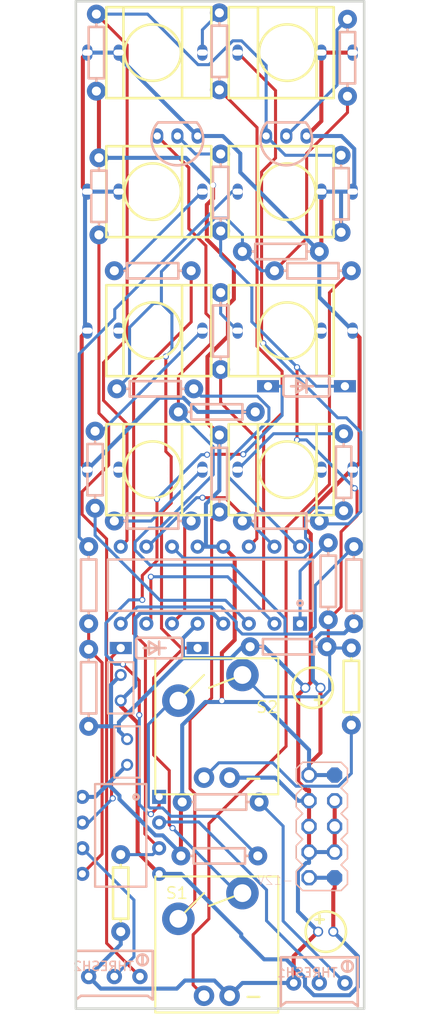
<source format=kicad_pcb>
(kicad_pcb (version 20171130) (host pcbnew "(5.1.5)-3") (page "A4") (layers (0 "F.Cu" signal) (31 "B.Cu" signal) (32 "B.Adhes" user) (33 "F.Adhes" user) (34 "B.Paste" user) (35 "F.Paste" user) (36 "B.SilkS" user) (37 "F.SilkS" user) (38 "B.Mask" user) (39 "F.Mask" user) (40 "Dwgs.User" user) (41 "Cmts.User" user) (42 "Eco1.User" user) (43 "Eco2.User" user) (44 "Edge.Cuts" user) (45 "Margin" user) (46 "B.CrtYd" user) (47 "F.CrtYd" user) (48 "B.Fab" user hide) (49 "F.Fab" user hide)) (net 0 "") (net 1 "-12V") (net 2 "12V") (net 3 "GND") (net 4 "IC_1") (net 5 "IC_11") (net 6 "IC_14") (net 7 "IC_16") (net 8 "IC_3") (net 9 "IC_6") (net 10 "IC_8") (net 11 "IC_9") (net 12 "IOA") (net 13 "IOB") (net 14 "J1_3") (net 15 "J3_3") (net 16 "J5_3") (net 17 "J7_3") (net 18 "LED1") (net 19 "LED2") (net 20 "R14_1") (net 21 "R18_2") (net 22 "R24_2") (net 23 "R2_2") (net 24 "R4_2") (net 25 "R6_1") (net 26 "R8_2") (net 27 "R9_1") (net 28 "S1_S1") (net 29 "SW1") (net 30 "SW2") (net 31 "THRESH1_1") (net 32 "U1_1") (net 33 "U1_2") (net 34 "U1_5") (net 35 "U1_6") (net 36 "U1_7") (net 37 "U4_2") (segment (start 29.845 133.477) (end 30.13 133.762) (width 0.3) (layer "B.Cu") (net 25)) (segment (start 30.13 133.762) (end 32.733 133.762) (width 0.3) (layer "B.Cu") (net 25)) (segment (start 32.733 133.762) (end 33.962 132.533) (width 0.3) (layer "B.Cu") (net 25)) (segment (start 33.962 132.533) (end 33.962 124.696) (width 0.3) (layer "B.Cu") (net 25)) (segment (start 33.962 124.696) (end 32.532 123.265) (width 0.3) (layer "B.Cu") (net 25)) (segment (start 32.532 123.265) (end 31.673 123.265) (width 0.3) (layer "B.Cu") (net 25)) (segment (start 31.673 123.265) (end 24.293 115.885) (width 0.3) (layer "B.Cu") (net 25)) (segment (start 18.255 87.122) (end 18.255 84.869) (width 0.3) (layer "B.Cu") (net 14)) (segment (start 18.255 84.869) (end 19.939 83.185) (width 0.3) (layer "B.Cu") (net 14)) (segment (start 17.78 95.377) (end 9.955 87.552) (width 0.4) (layer "B.Cu") (net 3)) (segment (start 9.955 87.552) (end 9.955 87.122) (width 0.4) (layer "B.Cu") (net 3)) (segment (start 6.985 178.562) (end 10.16 175.387) (width 0.4) (layer "B.Cu") (net 3)) (segment (start 10.16 175.387) (end 10.16 174.117) (width 0.4) (layer "B.Cu") (net 3)) (segment (start 27.305 179.197) (end 22.225 179.197) (width 0.4) (layer "B.Cu") (net 3)) (segment (start 22.225 179.197) (end 20.955 180.467) (width 0.4) (layer "B.Cu") (net 3)) (segment (start 27.765 161.163) (end 25.479 158.877) (width 0.4) (layer "B.Cu") (net 3)) (segment (start 25.479 158.877) (end 20.955 158.877) (width 0.4) (layer "B.Cu") (net 3)) (segment (start 28.829 161.163) (end 27.765 161.163) (width 0.4) (layer "B.Cu") (net 3)) (segment (start 31.369 166.243) (end 28.829 166.243) (width 0.4) (layer "B.Cu") (net 3)) (segment (start 28.829 167.307) (end 28.563 167.307) (width 0.4) (layer "B.Cu") (net 3)) (segment (start 28.563 167.307) (end 27.729 168.141) (width 0.4) (layer "B.Cu") (net 3)) (segment (start 27.729 168.141) (end 27.729 172.116) (width 0.4) (layer "B.Cu") (net 3)) (segment (start 27.729 172.116) (end 29.731 174.118) (width 0.4) (layer "B.Cu") (net 3)) (segment (start 28.829 166.243) (end 28.829 167.307) (width 0.4) (layer "B.Cu") (net 3)) (segment (start 6.985 178.562) (end 8.178 179.755) (width 0.4) (layer "B.Cu") (net 3)) (segment (start 8.178 179.755) (end 15.724 179.755) (width 0.4) (layer "B.Cu") (net 3)) (segment (start 15.724 179.755) (end 16.523 178.956) (width 0.4) (layer "B.Cu") (net 3)) (segment (start 16.523 178.956) (end 19.444 178.956) (width 0.4) (layer "B.Cu") (net 3)) (segment (start 19.444 178.956) (end 20.955 180.467) (width 0.4) (layer "B.Cu") (net 3)) (segment (start 28.575 95.377) (end 32.04 95.377) (width 0.4) (layer "B.Cu") (net 3)) (segment (start 32.04 95.377) (end 33.313 96.65) (width 0.4) (layer "B.Cu") (net 3)) (segment (start 33.313 96.65) (end 33.313 100.717) (width 0.4) (layer "B.Cu") (net 3)) (segment (start 33.313 100.717) (end 33.15 100.88) (width 0.4) (layer "B.Cu") (net 3)) (segment (start 32.004 100.88) (end 32.004 104.902) (width 0.4) (layer "B.Cu") (net 3)) (segment (start 33.15 100.88) (end 32.004 100.88) (width 0.4) (layer "B.Cu") (net 3)) (segment (start 32.004 100.88) (end 30.05 100.88) (width 0.4) (layer "B.Cu") (net 3)) (segment (start 6.855 87.122) (end 9.955 87.122) (width 0.4) (layer "B.Cu") (net 3)) (segment (start 33.15 114.639) (end 29.845 111.334) (width 0.4) (layer "B.Cu") (net 3)) (segment (start 29.845 111.334) (end 29.845 106.807) (width 0.4) (layer "B.Cu") (net 3)) (segment (start 29.845 106.807) (end 22.015 98.977) (width 0.4) (layer "B.Cu") (net 3)) (segment (start 22.015 98.977) (end 22.015 97.114) (width 0.4) (layer "B.Cu") (net 3)) (segment (start 22.015 97.114) (end 20.278 95.377) (width 0.4) (layer "B.Cu") (net 3)) (segment (start 20.278 95.377) (end 17.78 95.377) (width 0.4) (layer "B.Cu") (net 3)) (segment (start 23.495 122.682) (end 17.781 122.682) (width 0.4) (layer "B.Cu") (net 3)) (segment (start 17.781 122.682) (end 16.376 121.278) (width 0.4) (layer "B.Cu") (net 3)) (segment (start 16.376 121.278) (end 13.974 121.278) (width 0.4) (layer "B.Cu") (net 3)) (segment (start 13.974 121.278) (end 6.855 128.397) (width 0.4) (layer "B.Cu") (net 3)) (segment (start 28.461 149.988) (end 24.396 145.923) (width 0.4) (layer "B.Cu") (net 3)) (segment (start 24.396 145.923) (end 22.987 145.923) (width 0.4) (layer "B.Cu") (net 3)) (segment (start 9.202 153.797) (end 9.202 149.675) (width 0.4) (layer "B.Cu") (net 3)) (segment (start 9.202 149.675) (end 10.16 148.717) (width 0.4) (layer "B.Cu") (net 3)) (segment (start 6.985 153.797) (end 9.202 153.797) (width 0.4) (layer "B.Cu") (net 3)) (segment (start 22.987 145.923) (end 22.229 145.923) (width 0.4) (layer "B.Cu") (net 3)) (segment (start 22.229 145.923) (end 21.104 147.047) (width 0.4) (layer "B.Cu") (net 3)) (segment (start 21.104 147.047) (end 16.329 147.047) (width 0.4) (layer "B.Cu") (net 3)) (segment (start 16.329 147.047) (end 16.329 145.088) (width 0.4) (layer "B.Cu") (net 3)) (segment (start 16.329 145.088) (end 17.78 143.637) (width 0.4) (layer "B.Cu") (net 3)) (segment (start 9.202 153.797) (end 9.981 153.797) (width 0.4) (layer "B.Cu") (net 3)) (segment (start 10.795 155.067) (end 9.981 154.253) (width 0.4) (layer "B.Cu") (net 3)) (segment (start 9.981 154.253) (end 9.981 153.797) (width 0.4) (layer "B.Cu") (net 3)) (segment (start 9.981 153.797) (end 9.981 153.395) (width 0.4) (layer "B.Cu") (net 3)) (segment (start 9.981 153.395) (end 16.329 147.047) (width 0.4) (layer "B.Cu") (net 3)) (segment (start 9.955 100.88) (end 6.855 100.88) (width 0.4) (layer "B.Cu") (net 3)) (segment (start 6.855 100.88) (end 6.624 101.112) (width 0.4) (layer "B.Cu") (net 3)) (segment (start 6.624 101.112) (end 6.624 114.407) (width 0.4) (layer "B.Cu") (net 3)) (segment (start 6.624 114.407) (end 6.855 114.639) (width 0.4) (layer "B.Cu") (net 3)) (segment (start 18.255 100.88) (end 10.423 108.712) (width 0.3) (layer "B.Cu") (net 17)) (segment (start 10.423 108.712) (end 9.525 108.712) (width 0.3) (layer "B.Cu") (net 17)) (segment (start 6.985 136.017) (end 6.042 135.074) (width 0.3) (layer "B.Cu") (net 21)) (segment (start 6.042 135.074) (end 6.042 116.942) (width 0.3) (layer "B.Cu") (net 21)) (segment (start 6.042 116.942) (end 9.57 113.414) (width 0.3) (layer "B.Cu") (net 21)) (segment (start 9.57 113.414) (end 9.57 112.529) (width 0.3) (layer "B.Cu") (net 21)) (segment (start 9.57 112.529) (end 21.219 100.88) (width 0.3) (layer "B.Cu") (net 21)) (segment (start 21.219 100.88) (end 21.75 100.88) (width 0.3) (layer "B.Cu") (net 21)) (segment (start 21.75 114.639) (end 20.066 112.955) (width 0.3) (layer "B.Cu") (net 16)) (segment (start 20.066 112.955) (end 20.066 110.871) (width 0.3) (layer "B.Cu") (net 16)) (segment (start 18.255 128.397) (end 13.175 133.477) (width 0.3) (layer "B.Cu") (net 15)) (segment (start 13.175 133.477) (end 9.525 133.477) (width 0.3) (layer "B.Cu") (net 15)) (segment (start 21.75 128.397) (end 25.306 124.841) (width 0.3) (layer "B.Cu") (net 26)) (segment (start 25.306 124.841) (end 32.258 124.841) (width 0.3) (layer "B.Cu") (net 26)) (segment (start 7.62 124.587) (end 8.307 124.587) (width 0.3) (layer "B.Cu") (net 23)) (segment (start 8.307 124.587) (end 18.255 114.639) (width 0.3) (layer "B.Cu") (net 23)) (segment (start 31.369 168.783) (end 28.829 168.783) (width 0.4) (layer "B.Cu") (net 1)) (segment (start 31.232 174.118) (end 33.662 176.548) (width 0.4) (layer "B.Cu") (net 1)) (segment (start 33.662 176.548) (end 33.662 179.594) (width 0.4) (layer "B.Cu") (net 1)) (segment (start 33.662 179.594) (end 32.843 180.413) (width 0.4) (layer "B.Cu") (net 1)) (segment (start 32.843 180.413) (end 29.309 180.413) (width 0.4) (layer "B.Cu") (net 1)) (segment (start 29.309 180.413) (end 28.427 179.532) (width 0.4) (layer "B.Cu") (net 1)) (segment (start 28.427 179.532) (end 28.427 178.722) (width 0.4) (layer "B.Cu") (net 1)) (segment (start 28.427 178.722) (end 26.567 176.861) (width 0.4) (layer "B.Cu") (net 1)) (segment (start 26.567 176.861) (end 24.374 176.861) (width 0.4) (layer "B.Cu") (net 1)) (segment (start 24.374 176.861) (end 22.109 174.597) (width 0.4) (layer "B.Cu") (net 1)) (segment (start 22.109 174.597) (end 22.109 174.362) (width 0.4) (layer "B.Cu") (net 1)) (segment (start 22.109 174.362) (end 16.15 168.402) (width 0.4) (layer "B.Cu") (net 1)) (segment (start 16.15 168.402) (end 13.97 168.402) (width 0.4) (layer "B.Cu") (net 1)) (segment (start 20.32 143.637) (end 19.258 142.575) (width 0.4) (layer "B.Cu") (net 1)) (segment (start 19.258 142.575) (end 12.131 142.575) (width 0.4) (layer "B.Cu") (net 1)) (segment (start 12.131 142.575) (end 11.612 143.094) (width 0.4) (layer "B.Cu") (net 1)) (segment (start 11.612 143.094) (end 11.612 149.805) (width 0.4) (layer "B.Cu") (net 1)) (segment (start 11.612 149.805) (end 10.16 151.257) (width 0.4) (layer "B.Cu") (net 1)) (segment (start 31.369 158.623) (end 28.829 158.623) (width 0.4) (layer "B.Cu") (net 2)) (segment (start 29.962 149.988) (end 29.204 149.23) (width 0.4) (layer "B.Cu") (net 2)) (segment (start 29.204 149.23) (end 29.204 145.412) (width 0.4) (layer "B.Cu") (net 2)) (segment (start 29.204 145.412) (end 30.026 144.59) (width 0.4) (layer "B.Cu") (net 2)) (segment (start 30.026 144.59) (end 32.321 144.59) (width 0.4) (layer "B.Cu") (net 2)) (segment (start 32.321 144.59) (end 33.274 143.637) (width 0.4) (layer "B.Cu") (net 2)) (segment (start 18.607 136.017) (end 18.607 131.797) (width 0.4) (layer "B.Cu") (net 2)) (segment (start 18.607 131.797) (end 19.939 130.464) (width 0.4) (layer "B.Cu") (net 2)) (segment (start 19.939 130.464) (end 19.939 124.968) (width 0.4) (layer "B.Cu") (net 2)) (segment (start 20.32 136.017) (end 18.607 136.017) (width 0.4) (layer "B.Cu") (net 2)) (segment (start 18.607 136.017) (end 17.78 136.017) (width 0.4) (layer "B.Cu") (net 2)) (segment (start 28.829 158.623) (end 28.829 156.134) (width 0.4) (layer "B.Cu") (net 2)) (segment (start 28.829 156.134) (end 24.087 151.392) (width 0.4) (layer "B.Cu") (net 2)) (segment (start 24.087 151.392) (end 20.186 151.392) (width 0.4) (layer "B.Cu") (net 2)) (segment (start 20.186 151.392) (end 18.542 151.392) (width 0.4) (layer "B.Cu") (net 2)) (segment (start 18.542 151.392) (end 16.256 153.678) (width 0.4) (layer "B.Cu") (net 2)) (segment (start 16.256 153.678) (end 16.256 161.29) (width 0.4) (layer "B.Cu") (net 2)) (segment (start 20.186 151.392) (end 20.186 151.26) (width 0.4) (layer "B.Cu") (net 2)) (segment (start 19.312 100.239) (end 16.61 97.536) (width 0.4) (layer "B.Cu") (net 2)) (segment (start 16.61 97.536) (end 8.001 97.536) (width 0.4) (layer "B.Cu") (net 2)) (segment (start 16.129 166.624) (end 16.129 166.391) (width 0.4) (layer "B.Cu") (net 2)) (segment (start 16.129 166.391) (end 14.33 164.592) (width 0.4) (layer "B.Cu") (net 2)) (segment (start 14.33 164.592) (end 13.605 164.592) (width 0.4) (layer "B.Cu") (net 2)) (segment (start 13.605 164.592) (end 10.035 161.022) (width 0.4) (layer "B.Cu") (net 2)) (segment (start 10.035 161.022) (end 10.035 160.652) (width 0.4) (layer "B.Cu") (net 2)) (segment (start 10.035 160.652) (end 8.892 159.51) (width 0.4) (layer "B.Cu") (net 2)) (segment (start 6.35 160.782) (end 7.62 160.782) (width 0.4) (layer "B.Cu") (net 2)) (segment (start 7.62 160.782) (end 8.892 159.51) (width 0.4) (layer "B.Cu") (net 2)) (segment (start 8.892 159.51) (end 10.795 157.607) (width 0.4) (layer "B.Cu") (net 2)) (segment (start 10.16 166.497) (end 13.335 166.497) (width 0.3) (layer "B.Cu") (net 27)) (segment (start 13.335 166.497) (end 13.97 165.862) (width 0.3) (layer "B.Cu") (net 27)) (segment (start 30.877 146.05) (end 30.877 150.219) (width 0.3) (layer "B.Cu") (net 29)) (segment (start 30.877 150.219) (end 30.215 150.881) (width 0.3) (layer "B.Cu") (net 29)) (segment (start 30.215 150.881) (end 24.389 150.881) (width 0.3) (layer "B.Cu") (net 29)) (segment (start 24.389 150.881) (end 22.225 148.717) (width 0.3) (layer "B.Cu") (net 29)) (segment (start 33.02 146.05) (end 30.877 146.05) (width 0.3) (layer "B.Cu") (net 29)) (segment (start 30.877 146.05) (end 30.734 146.05) (width 0.3) (layer "B.Cu") (net 29)) (segment (start 30.734 146.05) (end 30.607 145.923) (width 0.3) (layer "B.Cu") (net 29)) (segment (start 33.351 130.238) (end 28.568 125.456) (width 0.3) (layer "B.Cu") (net 29)) (segment (start 28.568 125.456) (end 27.636 125.456) (width 0.3) (layer "B.Cu") (net 29)) (segment (start 27.648 118.253) (end 27.636 118.264) (width 0.3) (layer "B.Cu") (net 29)) (segment (start 32.385 120.142) (end 29.537 120.142) (width 0.3) (layer "B.Cu") (net 29)) (segment (start 29.537 120.142) (end 27.648 118.253) (width 0.3) (layer "B.Cu") (net 29)) (segment (start 27.648 118.253) (end 27.106 117.711) (width 0.3) (layer "B.Cu") (net 29)) (segment (start 27.106 117.711) (end 27.106 117.711) (width 0.3) (layer "B.Cu") (net 29)) (segment (start 27.106 117.711) (end 23.158 113.764) (width 0.3) (layer "B.Cu") (net 29)) (segment (start 23.158 113.764) (end 23.158 110.303) (width 0.3) (layer "B.Cu") (net 29)) (segment (start 23.158 110.303) (end 20.066 107.21) (width 0.3) (layer "B.Cu") (net 29)) (segment (start 20.066 107.21) (end 20.066 104.775) (width 0.3) (layer "B.Cu") (net 29)) (segment (start 18.415 158.877) (end 19.883 157.409) (width 0.3) (layer "B.Cu") (net 18)) (segment (start 19.883 157.409) (end 25.231 157.409) (width 0.3) (layer "B.Cu") (net 18)) (segment (start 25.231 157.409) (end 27.543 159.722) (width 0.3) (layer "B.Cu") (net 18)) (segment (start 27.543 159.722) (end 31.75 159.722) (width 0.3) (layer "B.Cu") (net 18)) (segment (start 31.75 159.722) (end 33.02 158.451) (width 0.3) (layer "B.Cu") (net 18)) (segment (start 33.02 158.451) (end 33.02 153.67) (width 0.3) (layer "B.Cu") (net 18)) (segment (start 23.749 166.624) (end 19.823 162.698) (width 0.3) (layer "B.Cu") (net 24)) (segment (start 19.823 162.698) (end 15.128 162.698) (width 0.3) (layer "B.Cu") (net 24)) (segment (start 15.128 162.698) (end 14.31 161.88) (width 0.3) (layer "B.Cu") (net 24)) (segment (start 14.31 161.88) (end 13.056 161.88) (width 0.3) (layer "B.Cu") (net 24)) (segment (start 13.056 161.88) (end 12.905 161.728) (width 0.3) (layer "B.Cu") (net 24)) (segment (start 12.905 161.728) (end 12.905 153.603) (width 0.3) (layer "B.Cu") (net 24)) (segment (start 12.905 153.603) (end 15.251 151.257) (width 0.3) (layer "B.Cu") (net 24)) (segment (start 15.251 151.257) (end 15.875 151.257) (width 0.3) (layer "B.Cu") (net 24)) (segment (start 25.4 108.712) (end 24.13 108.712) (width 0.3) (layer "B.Cu") (net 30)) (segment (start 24.13 108.712) (end 22.225 106.807) (width 0.3) (layer "B.Cu") (net 30)) (segment (start 15.299 163.871) (end 21.735 170.307) (width 0.3) (layer "B.Cu") (net 30)) (segment (start 21.735 170.307) (end 22.225 170.307) (width 0.3) (layer "B.Cu") (net 30)) (segment (start 22.225 106.807) (end 22.225 105.105) (width 0.3) (layer "B.Cu") (net 30)) (segment (start 22.225 105.105) (end 20.614 103.495) (width 0.3) (layer "B.Cu") (net 30)) (segment (start 20.614 103.495) (end 19.49 103.495) (width 0.3) (layer "B.Cu") (net 30)) (segment (start 19.49 103.495) (end 14.192 108.793) (width 0.3) (layer "B.Cu") (net 30)) (segment (start 14.192 108.793) (end 14.192 111.948) (width 0.3) (layer "B.Cu") (net 30)) (segment (start 14.192 111.948) (end 13.403 111.948) (width 0.3) (layer "B.Cu") (net 30)) (segment (start 13.403 111.948) (end 11.037 114.314) (width 0.3) (layer "B.Cu") (net 30)) (segment (start 11.037 114.314) (end 11.037 119.138) (width 0.3) (layer "B.Cu") (net 30)) (segment (start 11.037 119.138) (end 9.779 120.396) (width 0.3) (layer "B.Cu") (net 30)) (segment (start 14.192 111.948) (end 15.235 112.99) (width 0.3) (layer "B.Cu") (net 30)) (segment (start 15.235 112.99) (end 15.235 116.599) (width 0.3) (layer "B.Cu") (net 30)) (segment (start 15.235 116.599) (end 14.633 117.2) (width 0.3) (layer "B.Cu") (net 30)) (segment (start 26.157 120.142) (end 26.157 123.026) (width 0.3) (layer "B.Cu") (net 32)) (segment (start 26.157 123.026) (end 22.307 126.876) (width 0.3) (layer "B.Cu") (net 32)) (segment (start 12.001 152.679) (end 12.001 161.527) (width 0.3) (layer "B.Cu") (net 32)) (segment (start 12.001 161.527) (end 12.96 162.486) (width 0.3) (layer "B.Cu") (net 32)) (segment (start 12.96 162.486) (end 13.156 162.486) (width 0.3) (layer "B.Cu") (net 32)) (segment (start 12.296 141.284) (end 10.975 141.284) (width 0.3) (layer "B.Cu") (net 32)) (segment (start 10.975 141.284) (end 8.692 143.567) (width 0.3) (layer "B.Cu") (net 32)) (segment (start 8.692 143.567) (end 8.692 146.732) (width 0.3) (layer "B.Cu") (net 32)) (segment (start 8.692 146.732) (end 9.613 147.654) (width 0.3) (layer "B.Cu") (net 32)) (segment (start 9.613 147.654) (end 10.38 147.654) (width 0.3) (layer "B.Cu") (net 32)) (segment (start 18.721 126.915) (end 18.148 126.915) (width 0.3) (layer "B.Cu") (net 32)) (segment (start 18.148 126.915) (end 13.753 131.31) (width 0.3) (layer "B.Cu") (net 32)) (segment (start 24.765 120.142) (end 26.157 120.142) (width 0.3) (layer "B.Cu") (net 32)) (segment (start 9.369 160.928) (end 6.975 163.322) (width 0.3) (layer "B.Cu") (net 36)) (segment (start 6.975 163.322) (end 6.35 163.322) (width 0.3) (layer "B.Cu") (net 36)) (segment (start 32.385 179.197) (end 26.259 173.071) (width 0.3) (layer "B.Cu") (net 31)) (segment (start 26.259 173.071) (end 26.259 163.673) (width 0.3) (layer "B.Cu") (net 31)) (segment (start 26.259 163.673) (end 23.876 161.29) (width 0.3) (layer "B.Cu") (net 31)) (segment (start 15.78 95.377) (end 17.558 97.155) (width 0.3) (layer "B.Cu") (net 20)) (segment (start 17.558 97.155) (end 20.066 97.155) (width 0.3) (layer "B.Cu") (net 20)) (segment (start 26.445 144.665) (end 28.758 144.665) (width 0.3) (layer "B.Cu") (net 10)) (segment (start 28.758 144.665) (end 29.442 143.98) (width 0.3) (layer "B.Cu") (net 10)) (segment (start 29.442 143.98) (end 29.442 139.849) (width 0.3) (layer "B.Cu") (net 10)) (segment (start 29.442 139.849) (end 33.274 136.017) (width 0.3) (layer "B.Cu") (net 10)) (segment (start 26.445 144.665) (end 22.214 144.665) (width 0.3) (layer "B.Cu") (net 10)) (segment (start 22.214 144.665) (end 21.612 144.062) (width 0.3) (layer "B.Cu") (net 10)) (segment (start 21.612 144.062) (end 21.612 143.47) (width 0.3) (layer "B.Cu") (net 10)) (segment (start 21.612 143.47) (end 20.129 141.987) (width 0.3) (layer "B.Cu") (net 10)) (segment (start 20.129 141.987) (end 11.81 141.987) (width 0.3) (layer "B.Cu") (net 10)) (segment (start 11.81 141.987) (end 10.16 143.637) (width 0.3) (layer "B.Cu") (net 10)) (segment (start 26.445 144.665) (end 26.445 143.132) (width 0.3) (layer "B.Cu") (net 10)) (segment (start 26.445 143.132) (end 21.153 137.84) (width 0.3) (layer "B.Cu") (net 10)) (segment (start 21.153 137.84) (end 13.063 137.84) (width 0.3) (layer "B.Cu") (net 10)) (segment (start 13.063 137.84) (end 11.583 136.36) (width 0.3) (layer "B.Cu") (net 10)) (segment (start 11.583 136.36) (end 11.583 135.557) (width 0.3) (layer "B.Cu") (net 10)) (segment (start 11.583 135.557) (end 12.941 134.199) (width 0.3) (layer "B.Cu") (net 10)) (segment (start 12.941 134.199) (end 14.014 134.199) (width 0.3) (layer "B.Cu") (net 10)) (segment (start 14.014 134.199) (end 19.328 128.884) (width 0.3) (layer "B.Cu") (net 10)) (segment (start 19.328 128.884) (end 19.328 126.135) (width 0.3) (layer "B.Cu") (net 10)) (segment (start 19.328 126.135) (end 15.875 122.682) (width 0.3) (layer "B.Cu") (net 10)) (segment (start 13.149 138.997) (end 20.76 138.997) (width 0.3) (layer "B.Cu") (net 12)) (segment (start 20.76 138.997) (end 25.4 143.637) (width 0.3) (layer "B.Cu") (net 12)) (segment (start 22.86 143.637) (end 20.546 141.323) (width 0.3) (layer "B.Cu") (net 8)) (segment (start 20.546 141.323) (end 14.052 141.323) (width 0.3) (layer "B.Cu") (net 8)) (segment (start 14.052 141.323) (end 7.62 134.892) (width 0.3) (layer "B.Cu") (net 8)) (segment (start 7.62 134.892) (end 7.62 132.207) (width 0.3) (layer "B.Cu") (net 8)) (segment (start 25.4 136.017) (end 22.86 133.477) (width 0.3) (layer "B.Cu") (net 13)) (segment (start 22.86 133.477) (end 22.225 133.477) (width 0.3) (layer "B.Cu") (net 13)) (segment (start 12.7 136.017) (end 12.835 136.017) (width 0.3) (layer "B.Cu") (net 13)) (segment (start 12.835 136.017) (end 17.68 131.171) (width 0.3) (layer "B.Cu") (net 13)) (segment (start 17.68 131.171) (end 18.264 131.171) (width 0.3) (layer "B.Cu") (net 13)) (segment (start 32.258 132.461) (end 31.968 132.171) (width 0.3) (layer "B.Cu") (net 5)) (segment (start 31.968 132.171) (end 29.242 132.171) (width 0.3) (layer "B.Cu") (net 5)) (segment (start 29.242 132.171) (end 28.483 132.929) (width 0.3) (layer "B.Cu") (net 5)) (segment (start 28.483 132.929) (end 28.483 135.141) (width 0.3) (layer "B.Cu") (net 5)) (segment (start 28.483 135.141) (end 29.058 135.716) (width 0.3) (layer "B.Cu") (net 5)) (segment (start 29.058 135.716) (end 29.058 136.433) (width 0.3) (layer "B.Cu") (net 5)) (segment (start 29.058 136.433) (end 28.335 137.157) (width 0.3) (layer "B.Cu") (net 5)) (segment (start 28.335 137.157) (end 16.38 137.157) (width 0.3) (layer "B.Cu") (net 5)) (segment (start 16.38 137.157) (end 15.24 136.017) (width 0.3) (layer "B.Cu") (net 5)) (segment (start 32.004 97.282) (end 26.48 97.282) (width 0.3) (layer "B.Cu") (net 11)) (segment (start 26.48 97.282) (end 24.575 95.377) (width 0.3) (layer "B.Cu") (net 11)) (segment (start 24.575 95.377) (end 24.575 88.389) (width 0.3) (layer "B.Cu") (net 11)) (segment (start 24.575 88.389) (end 22.141 85.956) (width 0.3) (layer "B.Cu") (net 11)) (segment (start 22.141 85.956) (end 21.271 85.956) (width 0.3) (layer "B.Cu") (net 11)) (segment (start 21.271 85.956) (end 18.908 88.318) (width 0.3) (layer "B.Cu") (net 11)) (segment (start 18.908 88.318) (end 17.83 88.318) (width 0.3) (layer "B.Cu") (net 11)) (segment (start 17.83 88.318) (end 12.823 83.312) (width 0.3) (layer "B.Cu") (net 11)) (segment (start 12.823 83.312) (end 7.747 83.312) (width 0.3) (layer "B.Cu") (net 11)) (segment (start 26.575 95.377) (end 31.6 90.352) (width 0.3) (layer "B.Cu") (net 37)) (segment (start 31.6 90.352) (end 31.6 84.859) (width 0.3) (layer "B.Cu") (net 37)) (segment (start 31.6 84.859) (end 32.639 83.82) (width 0.3) (layer "B.Cu") (net 37)) (segment (start 17.399 120.396) (end 18.124 121.121) (width 0.3) (layer "B.Cu") (net 7)) (segment (start 18.124 121.121) (end 23.712 121.121) (width 0.3) (layer "B.Cu") (net 7)) (segment (start 23.712 121.121) (end 24.851 122.261) (width 0.3) (layer "B.Cu") (net 7)) (segment (start 24.851 122.261) (end 24.851 123.474) (width 0.3) (layer "B.Cu") (net 7)) (segment (start 24.851 123.474) (end 20.832 127.493) (width 0.3) (layer "B.Cu") (net 7)) (segment (start 20.832 127.493) (end 20.832 129.116) (width 0.3) (layer "B.Cu") (net 7)) (segment (start 20.832 129.116) (end 27.732 136.017) (width 0.3) (layer "B.Cu") (net 7)) (segment (start 27.732 136.017) (end 27.94 136.017) (width 0.3) (layer "B.Cu") (net 7)) (segment (start 29.845 179.197) (end 29.845 178.269) (width 0.3) (layer "B.Cu") (net 33)) (segment (start 29.845 178.269) (end 24.614 173.038) (width 0.3) (layer "B.Cu") (net 33)) (segment (start 24.614 173.038) (end 24.614 169.984) (width 0.3) (layer "B.Cu") (net 33)) (segment (start 24.614 169.984) (end 17.894 163.264) (width 0.3) (layer "B.Cu") (net 33)) (segment (start 17.894 163.264) (end 14.028 163.264) (width 0.3) (layer "B.Cu") (net 33)) (segment (start 14.028 163.264) (end 13.97 163.322) (width 0.3) (layer "B.Cu") (net 33)) (segment (start 9.525 178.562) (end 11.472 176.615) (width 0.3) (layer "B.Cu") (net 35)) (segment (start 11.472 176.615) (end 11.472 170.984) (width 0.3) (layer "B.Cu") (net 35)) (segment (start 11.472 170.984) (end 6.35 165.862) (width 0.3) (layer "B.Cu") (net 35)) (segment (start 27.94 143.637) (end 27.94 138.43) (width 0.3) (layer "B.Cu") (net 4)) (segment (start 27.94 138.43) (end 30.734 135.636) (width 0.3) (layer "B.Cu") (net 4)) (gr_line (start 5.715 82.042) (end 34.29 82.042) (width 0.254) (layer "Edge.Cuts")) (gr_line (start 34.29 82.042) (end 34.29 181.737) (width 0.254) (layer "Edge.Cuts")) (gr_line (start 34.29 181.737) (end 5.715 181.737) (width 0.254) (layer "Edge.Cuts")) (gr_line (start 5.715 181.737) (end 5.715 82.042) (width 0.254) (layer "Edge.Cuts")) (segment (start 8.001 105.156) (end 8.001 122.813) (width 0.3) (layer "F.Cu") (net 22)) (segment (start 8.001 122.813) (end 8.968 123.78) (width 0.3) (layer "F.Cu") (net 22)) (segment (start 8.968 123.78) (end 8.968 127.94) (width 0.3) (layer "F.Cu") (net 22)) (segment (start 8.968 127.94) (end 6.332 130.576) (width 0.3) (layer "F.Cu") (net 22)) (segment (start 6.332 130.576) (end 6.332 132.823) (width 0.3) (layer "F.Cu") (net 22)) (segment (start 6.332 132.823) (end 8.762 135.254) (width 0.3) (layer "F.Cu") (net 22)) (segment (start 8.762 135.254) (end 8.762 175.259) (width 0.3) (layer "F.Cu") (net 22)) (segment (start 8.762 175.259) (end 12.065 178.562) (width 0.3) (layer "F.Cu") (net 22)) (segment (start 18.415 180.467) (end 17.338 179.39) (width 0.3) (layer "F.Cu") (net 19)) (segment (start 17.338 179.39) (end 17.338 174.415) (width 0.3) (layer "F.Cu") (net 19)) (segment (start 17.338 174.415) (end 18.903 172.85) (width 0.3) (layer "F.Cu") (net 19)) (segment (start 18.903 172.85) (end 18.903 163.427) (width 0.3) (layer "F.Cu") (net 19)) (segment (start 18.903 163.427) (end 26.55 155.78) (width 0.3) (layer "F.Cu") (net 19)) (segment (start 26.55 155.78) (end 26.55 134.158) (width 0.3) (layer "F.Cu") (net 19)) (segment (start 26.55 134.158) (end 30.852 129.855) (width 0.3) (layer "F.Cu") (net 19)) (segment (start 30.852 129.855) (end 30.852 110.88) (width 0.3) (layer "F.Cu") (net 19)) (segment (start 30.852 110.88) (end 33.02 108.712) (width 0.3) (layer "F.Cu") (net 19)) (segment (start 6.985 146.177) (end 6.985 143.637) (width 0.3) (layer "F.Cu") (net 34)) (segment (start 6.985 146.177) (end 8.311 147.503) (width 0.3) (layer "F.Cu") (net 34)) (segment (start 8.311 147.503) (end 8.311 166.441) (width 0.3) (layer "F.Cu") (net 34)) (segment (start 8.311 166.441) (end 6.35 168.402) (width 0.3) (layer "F.Cu") (net 34)) (segment (start 22.86 136.017) (end 23.653 135.224) (width 0.3) (layer "F.Cu") (net 6)) (segment (start 23.653 135.224) (end 23.653 125.337) (width 0.3) (layer "F.Cu") (net 6)) (segment (start 23.653 125.337) (end 20.066 121.75) (width 0.3) (layer "F.Cu") (net 6)) (segment (start 20.066 121.75) (end 20.066 118.491) (width 0.3) (layer "F.Cu") (net 6)) (segment (start 21.75 87.122) (end 25.506 90.878) (width 0.3) (layer "F.Cu") (net 25)) (segment (start 25.506 90.878) (end 25.506 97.553) (width 0.3) (layer "F.Cu") (net 25)) (segment (start 25.506 97.553) (end 24.125 98.934) (width 0.3) (layer "F.Cu") (net 25)) (segment (start 24.125 98.934) (end 24.125 115.718) (width 0.3) (layer "F.Cu") (net 25)) (segment (start 24.125 115.718) (end 24.293 115.885) (width 0.3) (layer "F.Cu") (net 25)) (segment (start 15.875 172.847) (end 17.506 171.216) (width 0.3) (layer "F.Cu") (net 28)) (segment (start 17.506 171.216) (end 17.506 160.449) (width 0.3) (layer "F.Cu") (net 28)) (segment (start 17.506 160.449) (end 17.033 159.975) (width 0.3) (layer "F.Cu") (net 28)) (segment (start 17.033 159.975) (end 17.033 153.131) (width 0.3) (layer "F.Cu") (net 28)) (segment (start 17.033 153.131) (end 19.173 150.991) (width 0.3) (layer "F.Cu") (net 28)) (segment (start 19.173 150.991) (end 19.173 133.354) (width 0.3) (layer "F.Cu") (net 28)) (segment (start 19.173 133.354) (end 19.939 132.588) (width 0.3) (layer "F.Cu") (net 28)) (segment (start 31.369 166.243) (end 31.369 163.703) (width 0.4) (layer "F.Cu") (net 3)) (segment (start 31.369 163.703) (end 31.369 161.163) (width 0.4) (layer "F.Cu") (net 3)) (segment (start 28.829 166.243) (end 28.829 163.703) (width 0.4) (layer "F.Cu") (net 3)) (segment (start 27.305 179.197) (end 27.305 176.543) (width 0.4) (layer "F.Cu") (net 3)) (segment (start 27.305 176.543) (end 29.731 174.118) (width 0.4) (layer "F.Cu") (net 3)) (segment (start 28.829 163.703) (end 28.829 161.163) (width 0.4) (layer "F.Cu") (net 3)) (segment (start 28.829 160.099) (end 28.563 160.099) (width 0.4) (layer "F.Cu") (net 3)) (segment (start 28.563 160.099) (end 27.76 159.296) (width 0.4) (layer "F.Cu") (net 3)) (segment (start 27.76 159.296) (end 27.76 150.688) (width 0.4) (layer "F.Cu") (net 3)) (segment (start 27.76 150.688) (end 28.461 149.988) (width 0.4) (layer "F.Cu") (net 3)) (segment (start 28.829 161.163) (end 28.829 160.099) (width 0.4) (layer "F.Cu") (net 3)) (segment (start 33.15 87.122) (end 30.05 87.122) (width 0.4) (layer "F.Cu") (net 3)) (segment (start 30.05 87.122) (end 30.05 93.902) (width 0.4) (layer "F.Cu") (net 3)) (segment (start 30.05 93.902) (end 28.575 95.377) (width 0.4) (layer "F.Cu") (net 3)) (segment (start 6.855 100.88) (end 6.405 100.431) (width 0.4) (layer "F.Cu") (net 3)) (segment (start 6.405 100.431) (end 6.405 87.572) (width 0.4) (layer "F.Cu") (net 3)) (segment (start 6.405 87.572) (end 6.855 87.122) (width 0.4) (layer "F.Cu") (net 3)) (segment (start 30.05 100.88) (end 30.05 106.602) (width 0.4) (layer "F.Cu") (net 3)) (segment (start 30.05 106.602) (end 29.845 106.807) (width 0.4) (layer "F.Cu") (net 3)) (segment (start 33.15 128.397) (end 33.836 127.711) (width 0.4) (layer "F.Cu") (net 3)) (segment (start 33.836 127.711) (end 33.836 115.325) (width 0.4) (layer "F.Cu") (net 3)) (segment (start 33.836 115.325) (end 33.15 114.639) (width 0.4) (layer "F.Cu") (net 3)) (segment (start 33.15 128.397) (end 33.043 128.397) (width 0.4) (layer "F.Cu") (net 3)) (segment (start 33.043 128.397) (end 28.403 133.037) (width 0.4) (layer "F.Cu") (net 3)) (segment (start 28.403 133.037) (end 28.403 134.181) (width 0.4) (layer "F.Cu") (net 3)) (segment (start 28.403 134.181) (end 28.999 134.777) (width 0.4) (layer "F.Cu") (net 3)) (segment (start 28.999 134.777) (end 28.999 149.45) (width 0.4) (layer "F.Cu") (net 3)) (segment (start 28.999 149.45) (end 28.461 149.988) (width 0.4) (layer "F.Cu") (net 3)) (segment (start 6.855 128.397) (end 6.289 127.831) (width 0.4) (layer "F.Cu") (net 3)) (segment (start 6.289 127.831) (end 6.289 115.204) (width 0.4) (layer "F.Cu") (net 3)) (segment (start 6.289 115.204) (end 6.855 114.639) (width 0.4) (layer "F.Cu") (net 3)) (segment (start 31.369 169.847) (end 31.232 169.984) (width 0.4) (layer "F.Cu") (net 1)) (segment (start 31.232 169.984) (end 31.232 174.118) (width 0.4) (layer "F.Cu") (net 1)) (segment (start 31.369 168.783) (end 31.369 169.847) (width 0.4) (layer "F.Cu") (net 1)) (segment (start 10.16 151.257) (end 10.16 151.779) (width 0.4) (layer "F.Cu") (net 1)) (segment (start 10.16 151.779) (end 11.835 153.454) (width 0.4) (layer "F.Cu") (net 1)) (segment (start 11.835 153.454) (end 11.835 166.267) (width 0.4) (layer "F.Cu") (net 1)) (segment (start 11.835 166.267) (end 13.97 168.402) (width 0.4) (layer "F.Cu") (net 1)) (segment (start 7.747 90.932) (end 8.001 91.186) (width 0.4) (layer "F.Cu") (net 2)) (segment (start 8.001 91.186) (end 8.001 97.536) (width 0.4) (layer "F.Cu") (net 2)) (segment (start 16.256 161.29) (end 16.129 161.417) (width 0.4) (layer "F.Cu") (net 2)) (segment (start 16.129 161.417) (end 16.129 166.624) (width 0.4) (layer "F.Cu") (net 2)) (segment (start 28.829 157.559) (end 29.962 156.426) (width 0.4) (layer "F.Cu") (net 2)) (segment (start 29.962 156.426) (end 29.962 149.988) (width 0.4) (layer "F.Cu") (net 2)) (segment (start 28.829 158.623) (end 28.829 157.559) (width 0.4) (layer "F.Cu") (net 2)) (segment (start 20.32 136.017) (end 21.458 137.155) (width 0.4) (layer "F.Cu") (net 2)) (segment (start 21.458 137.155) (end 21.458 145.253) (width 0.4) (layer "F.Cu") (net 2)) (segment (start 21.458 145.253) (end 20.186 146.525) (width 0.4) (layer "F.Cu") (net 2)) (segment (start 20.186 146.525) (end 20.186 151.26) (width 0.4) (layer "F.Cu") (net 2)) (segment (start 19.939 124.968) (end 18.758 123.787) (width 0.4) (layer "F.Cu") (net 2)) (segment (start 18.758 123.787) (end 18.758 117.221) (width 0.4) (layer "F.Cu") (net 2)) (segment (start 18.758 117.221) (end 20.787 115.191) (width 0.4) (layer "F.Cu") (net 2)) (segment (start 20.787 115.191) (end 20.787 112.11) (width 0.4) (layer "F.Cu") (net 2)) (segment (start 20.787 112.11) (end 21.376 111.521) (width 0.4) (layer "F.Cu") (net 2)) (segment (start 21.376 111.521) (end 21.376 108.285) (width 0.4) (layer "F.Cu") (net 2)) (segment (start 21.376 108.285) (end 18.695 105.604) (width 0.4) (layer "F.Cu") (net 2)) (segment (start 18.695 105.604) (end 18.695 102.181) (width 0.4) (layer "F.Cu") (net 2)) (segment (start 18.695 102.181) (end 19.312 101.564) (width 0.4) (layer "F.Cu") (net 2)) (segment (start 19.312 101.564) (end 19.312 100.239) (width 0.4) (layer "F.Cu") (net 2)) (segment (start 17.145 108.712) (end 17.145 113.779) (width 0.3) (layer "F.Cu") (net 27)) (segment (start 17.145 113.779) (end 11.442 119.482) (width 0.3) (layer "F.Cu") (net 27)) (segment (start 11.442 119.482) (end 11.442 144.618) (width 0.3) (layer "F.Cu") (net 27)) (segment (start 11.442 144.618) (end 12.608 145.784) (width 0.3) (layer "F.Cu") (net 27)) (segment (start 12.608 145.784) (end 12.608 162.176) (width 0.3) (layer "F.Cu") (net 27)) (segment (start 12.608 162.176) (end 12.549 162.235) (width 0.3) (layer "F.Cu") (net 27)) (segment (start 12.549 162.235) (end 12.549 164.441) (width 0.3) (layer "F.Cu") (net 27)) (segment (start 12.549 164.441) (end 13.97 165.862) (width 0.3) (layer "F.Cu") (net 27)) (segment (start 30.607 145.923) (end 30.734 145.796) (width 0.3) (layer "F.Cu") (net 29)) (segment (start 30.734 145.796) (end 30.734 143.256) (width 0.3) (layer "F.Cu") (net 29)) (segment (start 30.734 143.256) (end 32.004 141.986) (width 0.3) (layer "F.Cu") (net 29)) (segment (start 32.004 141.986) (end 32.004 134.547) (width 0.3) (layer "F.Cu") (net 29)) (segment (start 32.004 134.547) (end 33.586 132.965) (width 0.3) (layer "F.Cu") (net 29)) (segment (start 33.586 132.965) (end 33.586 130.474) (width 0.3) (layer "F.Cu") (net 29)) (segment (start 33.586 130.474) (end 33.351 130.238) (width 0.3) (layer "F.Cu") (net 29)) (segment (start 27.636 118.264) (end 27.636 125.456) (width 0.3) (layer "F.Cu") (net 29)) (segment (start 32.639 91.44) (end 32.639 93.05) (width 0.3) (layer "F.Cu") (net 30)) (segment (start 32.639 93.05) (end 28.595 97.094) (width 0.3) (layer "F.Cu") (net 30)) (segment (start 28.595 97.094) (end 28.595 105.517) (width 0.3) (layer "F.Cu") (net 30)) (segment (start 28.595 105.517) (end 25.4 108.712) (width 0.3) (layer "F.Cu") (net 30)) (segment (start 17.78 146.05) (end 16.388 146.05) (width 0.3) (layer "F.Cu") (net 30)) (segment (start 16.388 146.05) (end 16.268 146.17) (width 0.3) (layer "F.Cu") (net 30)) (segment (start 16.268 146.17) (end 13.422 149.016) (width 0.3) (layer "F.Cu") (net 30)) (segment (start 13.422 149.016) (end 13.422 156.624) (width 0.3) (layer "F.Cu") (net 30)) (segment (start 13.422 156.624) (end 14.971 158.172) (width 0.3) (layer "F.Cu") (net 30)) (segment (start 14.971 158.172) (end 14.971 163.542) (width 0.3) (layer "F.Cu") (net 30)) (segment (start 14.971 163.542) (end 15.299 163.871) (width 0.3) (layer "F.Cu") (net 30)) (segment (start 16.268 146.17) (end 14.205 144.107) (width 0.3) (layer "F.Cu") (net 30)) (segment (start 14.205 144.107) (end 14.205 132.663) (width 0.3) (layer "F.Cu") (net 30)) (segment (start 14.205 132.663) (end 15.162 131.706) (width 0.3) (layer "F.Cu") (net 30)) (segment (start 15.162 131.706) (end 15.162 127.124) (width 0.3) (layer "F.Cu") (net 30)) (segment (start 15.162 127.124) (end 14.633 126.595) (width 0.3) (layer "F.Cu") (net 30)) (segment (start 14.633 126.595) (end 14.633 117.2) (width 0.3) (layer "F.Cu") (net 30)) (segment (start 22.307 126.876) (end 18.761 126.876) (width 0.3) (layer "F.Cu") (net 32)) (segment (start 18.761 126.876) (end 18.721 126.915) (width 0.3) (layer "F.Cu") (net 32)) (segment (start 13.156 162.486) (end 13.861 161.781) (width 0.3) (layer "F.Cu") (net 32)) (segment (start 13.861 161.781) (end 13.97 161.781) (width 0.3) (layer "F.Cu") (net 32)) (segment (start 13.97 160.782) (end 13.97 161.781) (width 0.3) (layer "F.Cu") (net 32)) (segment (start 10.38 147.654) (end 12.001 149.275) (width 0.3) (layer "F.Cu") (net 32)) (segment (start 12.001 149.275) (end 12.001 152.679) (width 0.3) (layer "F.Cu") (net 32)) (segment (start 12.296 141.284) (end 12.296 138.868) (width 0.3) (layer "F.Cu") (net 32)) (segment (start 12.296 138.868) (end 13.753 137.411) (width 0.3) (layer "F.Cu") (net 32)) (segment (start 13.753 137.411) (end 13.753 131.31) (width 0.3) (layer "F.Cu") (net 32)) (segment (start 10.16 146.05) (end 9.252 146.958) (width 0.3) (layer "F.Cu") (net 36)) (segment (start 9.252 146.958) (end 9.252 160.811) (width 0.3) (layer "F.Cu") (net 36)) (segment (start 9.252 160.811) (end 9.369 160.928) (width 0.3) (layer "F.Cu") (net 36)) (segment (start 13.78 95.377) (end 16.91 98.507) (width 0.3) (layer "F.Cu") (net 10)) (segment (start 16.91 98.507) (end 16.91 104.54) (width 0.3) (layer "F.Cu") (net 10)) (segment (start 16.91 104.54) (end 18.606 106.236) (width 0.3) (layer "F.Cu") (net 10)) (segment (start 18.606 106.236) (end 18.606 112.928) (width 0.3) (layer "F.Cu") (net 10)) (segment (start 18.606 112.928) (end 19.101 113.424) (width 0.3) (layer "F.Cu") (net 10)) (segment (start 19.101 113.424) (end 19.101 115.916) (width 0.3) (layer "F.Cu") (net 10)) (segment (start 19.101 115.916) (end 15.875 119.143) (width 0.3) (layer "F.Cu") (net 10)) (segment (start 15.875 119.143) (end 15.875 122.682) (width 0.3) (layer "F.Cu") (net 10)) (segment (start 25.4 143.637) (end 24.327 142.564) (width 0.3) (layer "F.Cu") (net 12)) (segment (start 24.327 142.564) (end 24.327 124.635) (width 0.3) (layer "F.Cu") (net 12)) (segment (start 24.327 124.635) (end 26.158 122.804) (width 0.3) (layer "F.Cu") (net 12)) (segment (start 26.158 122.804) (end 26.158 118.666) (width 0.3) (layer "F.Cu") (net 12)) (segment (start 26.158 118.666) (end 23.673 116.181) (width 0.3) (layer "F.Cu") (net 12)) (segment (start 23.673 116.181) (end 23.673 94.539) (width 0.3) (layer "F.Cu") (net 12)) (segment (start 23.673 94.539) (end 19.939 90.805) (width 0.3) (layer "F.Cu") (net 12)) (segment (start 13.149 138.997) (end 13.149 143.188) (width 0.3) (layer "F.Cu") (net 12)) (segment (start 13.149 143.188) (end 12.7 143.637) (width 0.3) (layer "F.Cu") (net 12)) (segment (start 15.24 143.637) (end 16.504 142.373) (width 0.3) (layer "F.Cu") (net 9)) (segment (start 16.504 142.373) (end 16.504 134.118) (width 0.3) (layer "F.Cu") (net 9)) (segment (start 16.504 134.118) (end 17.145 133.477) (width 0.3) (layer "F.Cu") (net 9)) (segment (start 22.225 133.477) (end 22.225 132.894) (width 0.3) (layer "F.Cu") (net 13)) (segment (start 22.225 132.894) (end 20.502 131.171) (width 0.3) (layer "F.Cu") (net 13)) (segment (start 20.502 131.171) (end 18.264 131.171) (width 0.3) (layer "F.Cu") (net 13)) (segment (start 7.747 83.312) (end 10.795 86.36) (width 0.3) (layer "F.Cu") (net 11)) (segment (start 10.795 86.36) (end 10.795 115.464) (width 0.3) (layer "F.Cu") (net 11)) (segment (start 10.795 115.464) (end 8.453 117.806) (width 0.3) (layer "F.Cu") (net 11)) (segment (start 8.453 117.806) (end 8.453 121.545) (width 0.3) (layer "F.Cu") (net 11)) (segment (start 8.453 121.545) (end 10.781 123.873) (width 0.3) (layer "F.Cu") (net 11)) (segment (start 10.781 123.873) (end 10.781 135.396) (width 0.3) (layer "F.Cu") (net 11)) (segment (start 10.781 135.396) (end 10.16 136.017) (width 0.3) (layer "F.Cu") (net 11)) (module "easyeda:RAD-0.1" (layer "F.Cu") (at 10.16 149.987 -90) (fp_text value "100n" (at -1.41 -2.487 90) (layer "B.Fab") (effects (font (size 1.143 1.143) (thickness 0.152)) (justify left mirror))) (fp_text reference "C1" (at 0.229 -1.854 -90) (layer "B.SilkS") hide (effects (font (size 1.143 1.143) (thickness 0.152)) (justify left mirror))) (fp_line (start -2.537 -1.267) (end 2.543 -1.267) (width 0.201) (layer "B.SilkS")) (fp_line (start 2.543 -1.267) (end 2.543 1.273) (width 0.201) (layer "B.SilkS")) (fp_line (start 2.543 1.273) (end -2.537 1.273) (width 0.201) (layer "B.SilkS")) (fp_line (start -2.537 1.273) (end -2.537 -1.267) (width 0.201) (layer "B.SilkS")) (pad 1 thru_hole circle (at 1.27 0 -90) (size 1.194 1.194) (layers "*.Cu" "*.Paste" "*.Mask") (drill 0.711) (net 1 "-12V")) (pad 2 thru_hole circle (at -1.27 0 -90) (size 1.194 1.194) (layers "*.Cu" "*.Paste" "*.Mask") (drill 0.711) (net 3 "GND")) (fp_text user gge573e185a7bef93b4 (at 0 0) (layer "Cmts.User") (effects (font (size 1 1) (thickness 0.15))))) (module "easyeda:RAD-0.1" (layer "F.Cu") (at 10.795 156.337 -90) (fp_text value "100n" (at -1.905 1.905 90) (layer "B.Fab") (effects (font (size 1.143 1.143) (thickness 0.152)) (justify left mirror))) (fp_text reference "C2" (at 0.229 -1.854 -90) (layer "B.SilkS") hide (effects (font (size 1.143 1.143) (thickness 0.152)) (justify left mirror))) (fp_line (start -2.537 -1.267) (end 2.543 -1.267) (width 0.201) (layer "B.SilkS")) (fp_line (start 2.543 -1.267) (end 2.543 1.273) (width 0.201) (layer "B.SilkS")) (fp_line (start 2.543 1.273) (end -2.537 1.273) (width 0.201) (layer "B.SilkS")) (fp_line (start -2.537 1.273) (end -2.537 -1.267) (width 0.201) (layer "B.SilkS")) (pad 1 thru_hole circle (at 1.27 0 -90) (size 1.194 1.194) (layers "*.Cu" "*.Paste" "*.Mask") (drill 0.711) (net 2 "12V")) (pad 2 thru_hole circle (at -1.27 0 -90) (size 1.194 1.194) (layers "*.Cu" "*.Paste" "*.Mask") (drill 0.711) (net 3 "GND")) (fp_text user gge0323a9940e9bb409 (at 0 0) (layer "Cmts.User") (effects (font (size 1 1) (thickness 0.15))))) (module "easyeda:R_AXIAL-0.3" (layer "F.Cu") (at 19.939 86.995 90) (fp_text value "470" (at 0.356 0.508 90) (layer "B.Fab") (effects (font (size 0.9 0.9) (thickness 0.152)) (justify left mirror))) (fp_text reference "R1" (at 0 -1.27 90) (layer "B.SilkS") hide (effects (font (size 1.143 1.143) (thickness 0.152)) (justify left mirror))) (fp_line (start 2.54 0) (end 2.794 0) (width 0.254) (layer "B.SilkS")) (fp_line (start -2.54 0) (end -2.794 0) (width 0.254) (layer "B.SilkS")) (fp_line (start 2.54 0) (end 2.54 -0.762) (width 0.254) (layer "B.SilkS")) (fp_line (start 2.54 0.762) (end 2.54 0) (width 0.254) (layer "B.SilkS")) (fp_line (start -2.54 0.762) (end 2.54 0.762) (width 0.254) (layer "B.SilkS")) (fp_line (start -2.54 0) (end -2.54 0.762) (width 0.254) (layer "B.SilkS")) (fp_line (start -2.54 -0.762) (end -2.54 0) (width 0.254) (layer "B.SilkS")) (fp_line (start 2.54 -0.762) (end -2.54 -0.762) (width 0.254) (layer "B.SilkS")) (pad 1 thru_hole circle (at 3.81 0 90) (size 1.88 1.88) (layers "*.Cu" "*.Paste" "*.Mask") (drill 0.899) (net 14 "J1_3")) (pad 2 thru_hole circle (at -3.81 0 90) (size 1.88 1.88) (layers "*.Cu" "*.Paste" "*.Mask") (drill 0.899) (net 12 "IOA")) (fp_text user ggec69988eef79834f0 (at 0 0) (layer "Cmts.User") (effects (font (size 1 1) (thickness 0.15))))) (module "easyeda:R_AXIAL-0.3" (layer "F.Cu") (at 7.62 128.397 -90) (fp_text value "470" (at -3.175 0.762 90) (layer "B.Fab") (effects (font (size 0.9 0.9) (thickness 0.152)) (justify left mirror))) (fp_text reference "R2" (at 0 -1.27 -90) (layer "B.SilkS") hide (effects (font (size 1.143 1.143) (thickness 0.152)) (justify left mirror))) (fp_line (start 2.54 0) (end 2.794 0) (width 0.254) (layer "B.SilkS")) (fp_line (start -2.54 0) (end -2.794 0) (width 0.254) (layer "B.SilkS")) (fp_line (start 2.54 0) (end 2.54 -0.762) (width 0.254) (layer "B.SilkS")) (fp_line (start 2.54 0.762) (end 2.54 0) (width 0.254) (layer "B.SilkS")) (fp_line (start -2.54 0.762) (end 2.54 0.762) (width 0.254) (layer "B.SilkS")) (fp_line (start -2.54 0) (end -2.54 0.762) (width 0.254) (layer "B.SilkS")) (fp_line (start -2.54 -0.762) (end -2.54 0) (width 0.254) (layer "B.SilkS")) (fp_line (start 2.54 -0.762) (end -2.54 -0.762) (width 0.254) (layer "B.SilkS")) (pad 1 thru_hole circle (at 3.81 0 -90) (size 1.88 1.88) (layers "*.Cu" "*.Paste" "*.Mask") (drill 0.899) (net 8 "IC_3")) (pad 2 thru_hole circle (at -3.81 0 -90) (size 1.88 1.88) (layers "*.Cu" "*.Paste" "*.Mask") (drill 0.899) (net 23 "R2_2")) (fp_text user ggef3e9387353636a0b (at 0 0) (layer "Cmts.User") (effects (font (size 1 1) (thickness 0.15))))) (module "easyeda:R_AXIAL-0.3" (layer "F.Cu") (at 19.939 128.778 90) (fp_text value "1k" (at 0.356 0.508 90) (layer "B.Fab") (effects (font (size 0.9 0.9) (thickness 0.152)) (justify left mirror))) (fp_text reference "R3" (at 0 -1.27 90) (layer "B.SilkS") hide (effects (font (size 1.143 1.143) (thickness 0.152)) (justify left mirror))) (fp_line (start 2.54 0) (end 2.794 0) (width 0.254) (layer "B.SilkS")) (fp_line (start -2.54 0) (end -2.794 0) (width 0.254) (layer "B.SilkS")) (fp_line (start 2.54 0) (end 2.54 -0.762) (width 0.254) (layer "B.SilkS")) (fp_line (start 2.54 0.762) (end 2.54 0) (width 0.254) (layer "B.SilkS")) (fp_line (start -2.54 0.762) (end 2.54 0.762) (width 0.254) (layer "B.SilkS")) (fp_line (start -2.54 0) (end -2.54 0.762) (width 0.254) (layer "B.SilkS")) (fp_line (start -2.54 -0.762) (end -2.54 0) (width 0.254) (layer "B.SilkS")) (fp_line (start 2.54 -0.762) (end -2.54 -0.762) (width 0.254) (layer "B.SilkS")) (pad 1 thru_hole circle (at 3.81 0 90) (size 1.88 1.88) (layers "*.Cu" "*.Paste" "*.Mask") (drill 0.899) (net 2 "12V")) (pad 2 thru_hole circle (at -3.81 0 90) (size 1.88 1.88) (layers "*.Cu" "*.Paste" "*.Mask") (drill 0.899) (net 28 "S1_S1")) (fp_text user ggeae4e6813ef0a6bfc (at 0 0) (layer "Cmts.User") (effects (font (size 1 1) (thickness 0.15))))) (module "easyeda:R_AXIAL-0.3" (layer "F.Cu") (at 19.939 166.624 180) (fp_text value "1k" (at -0.569 -0.45 0) (layer "B.Fab") (effects (font (size 0.9 0.9) (thickness 0.152)) (justify left mirror))) (fp_text reference "R4" (at 0 -1.27 180) (layer "B.SilkS") hide (effects (font (size 1.143 1.143) (thickness 0.152)) (justify left mirror))) (fp_line (start 2.54 0) (end 2.794 0) (width 0.254) (layer "B.SilkS")) (fp_line (start -2.54 0) (end -2.794 0) (width 0.254) (layer "B.SilkS")) (fp_line (start 2.54 0) (end 2.54 -0.762) (width 0.254) (layer "B.SilkS")) (fp_line (start 2.54 0.762) (end 2.54 0) (width 0.254) (layer "B.SilkS")) (fp_line (start -2.54 0.762) (end 2.54 0.762) (width 0.254) (layer "B.SilkS")) (fp_line (start -2.54 0) (end -2.54 0.762) (width 0.254) (layer "B.SilkS")) (fp_line (start -2.54 -0.762) (end -2.54 0) (width 0.254) (layer "B.SilkS")) (fp_line (start 2.54 -0.762) (end -2.54 -0.762) (width 0.254) (layer "B.SilkS")) (pad 1 thru_hole circle (at 3.81 0 180) (size 1.88 1.88) (layers "*.Cu" "*.Paste" "*.Mask") (drill 0.899) (net 2 "12V")) (pad 2 thru_hole circle (at -3.81 0 180) (size 1.88 1.88) (layers "*.Cu" "*.Paste" "*.Mask") (drill 0.899) (net 24 "R4_2")) (fp_text user gge4bcb6a3d9b2b98bd (at 0 0) (layer "Cmts.User") (effects (font (size 1 1) (thickness 0.15))))) (module "easyeda:R_AXIAL-0.3" (layer "F.Cu") (at 13.335 133.477) (fp_text value "470" (at 1.27 0.635 0) (layer "B.Fab") (effects (font (size 0.9 0.9) (thickness 0.152)) (justify left mirror))) (fp_text reference "R5" (at 0 -1.27 0) (layer "B.SilkS") hide (effects (font (size 1.143 1.143) (thickness 0.152)) (justify left mirror))) (fp_line (start 2.54 0) (end 2.794 0) (width 0.254) (layer "B.SilkS")) (fp_line (start -2.54 0) (end -2.794 0) (width 0.254) (layer "B.SilkS")) (fp_line (start 2.54 0) (end 2.54 -0.762) (width 0.254) (layer "B.SilkS")) (fp_line (start 2.54 0.762) (end 2.54 0) (width 0.254) (layer "B.SilkS")) (fp_line (start -2.54 0.762) (end 2.54 0.762) (width 0.254) (layer "B.SilkS")) (fp_line (start -2.54 0) (end -2.54 0.762) (width 0.254) (layer "B.SilkS")) (fp_line (start -2.54 -0.762) (end -2.54 0) (width 0.254) (layer "B.SilkS")) (fp_line (start 2.54 -0.762) (end -2.54 -0.762) (width 0.254) (layer "B.SilkS")) (pad 1 thru_hole circle (at 3.81 0 0) (size 1.88 1.88) (layers "*.Cu" "*.Paste" "*.Mask") (drill 0.899) (net 9 "IC_6")) (pad 2 thru_hole circle (at -3.81 0 0) (size 1.88 1.88) (layers "*.Cu" "*.Paste" "*.Mask") (drill 0.899) (net 15 "J3_3")) (fp_text user ggebcf5dc365cfb74f0 (at 0 0) (layer "Cmts.User") (effects (font (size 1 1) (thickness 0.15))))) (module "easyeda:R_AXIAL-0.3" (layer "F.Cu") (at 26.035 133.477) (fp_text value "470" (at 0.635 0.635 0) (layer "B.Fab") (effects (font (size 0.9 0.9) (thickness 0.152)) (justify left mirror))) (fp_text reference "R6" (at 0 -1.27 0) (layer "B.SilkS") hide (effects (font (size 1.143 1.143) (thickness 0.152)) (justify left mirror))) (fp_line (start 2.54 0) (end 2.794 0) (width 0.254) (layer "B.SilkS")) (fp_line (start -2.54 0) (end -2.794 0) (width 0.254) (layer "B.SilkS")) (fp_line (start 2.54 0) (end 2.54 -0.762) (width 0.254) (layer "B.SilkS")) (fp_line (start 2.54 0.762) (end 2.54 0) (width 0.254) (layer "B.SilkS")) (fp_line (start -2.54 0.762) (end 2.54 0.762) (width 0.254) (layer "B.SilkS")) (fp_line (start -2.54 0) (end -2.54 0.762) (width 0.254) (layer "B.SilkS")) (fp_line (start -2.54 -0.762) (end -2.54 0) (width 0.254) (layer "B.SilkS")) (fp_line (start 2.54 -0.762) (end -2.54 -0.762) (width 0.254) (layer "B.SilkS")) (pad 1 thru_hole circle (at 3.81 0 0) (size 1.88 1.88) (layers "*.Cu" "*.Paste" "*.Mask") (drill 0.899) (net 25 "R6_1")) (pad 2 thru_hole circle (at -3.81 0 0) (size 1.88 1.88) (layers "*.Cu" "*.Paste" "*.Mask") (drill 0.899) (net 13 "IOB")) (fp_text user gge48e4030400b35987 (at 0 0) (layer "Cmts.User") (effects (font (size 1 1) (thickness 0.15))))) (module "easyeda:R_AXIAL-0.3" (layer "F.Cu") (at 20.066 114.681 -90) (fp_text value "470" (at -1.943 -0.45 90) (layer "B.Fab") (effects (font (size 0.9 0.9) (thickness 0.152)) (justify left mirror))) (fp_text reference "R7" (at 0 -1.27 -90) (layer "B.SilkS") hide (effects (font (size 1.143 1.143) (thickness 0.152)) (justify left mirror))) (fp_line (start 2.54 0) (end 2.794 0) (width 0.254) (layer "B.SilkS")) (fp_line (start -2.54 0) (end -2.794 0) (width 0.254) (layer "B.SilkS")) (fp_line (start 2.54 0) (end 2.54 -0.762) (width 0.254) (layer "B.SilkS")) (fp_line (start 2.54 0.762) (end 2.54 0) (width 0.254) (layer "B.SilkS")) (fp_line (start -2.54 0.762) (end 2.54 0.762) (width 0.254) (layer "B.SilkS")) (fp_line (start -2.54 0) (end -2.54 0.762) (width 0.254) (layer "B.SilkS")) (fp_line (start -2.54 -0.762) (end -2.54 0) (width 0.254) (layer "B.SilkS")) (fp_line (start 2.54 -0.762) (end -2.54 -0.762) (width 0.254) (layer "B.SilkS")) (pad 1 thru_hole circle (at 3.81 0 -90) (size 1.88 1.88) (layers "*.Cu" "*.Paste" "*.Mask") (drill 0.899) (net 6 "IC_14")) (pad 2 thru_hole circle (at -3.81 0 -90) (size 1.88 1.88) (layers "*.Cu" "*.Paste" "*.Mask") (drill 0.899) (net 16 "J5_3")) (fp_text user gge19ac6e076f5485dc (at 0 0) (layer "Cmts.User") (effects (font (size 1 1) (thickness 0.15))))) (module "easyeda:R_AXIAL-0.3" (layer "F.Cu") (at 32.258 128.651 -90) (fp_text value "470" (at -3.937 -1.778 90) (layer "B.Fab") (effects (font (size 0.9 0.9) (thickness 0.152)) (justify left mirror))) (fp_text reference "R8" (at 0 -1.27 -90) (layer "B.SilkS") hide (effects (font (size 1.143 1.143) (thickness 0.152)) (justify left mirror))) (fp_line (start 2.54 0) (end 2.794 0) (width 0.254) (layer "B.SilkS")) (fp_line (start -2.54 0) (end -2.794 0) (width 0.254) (layer "B.SilkS")) (fp_line (start 2.54 0) (end 2.54 -0.762) (width 0.254) (layer "B.SilkS")) (fp_line (start 2.54 0.762) (end 2.54 0) (width 0.254) (layer "B.SilkS")) (fp_line (start -2.54 0.762) (end 2.54 0.762) (width 0.254) (layer "B.SilkS")) (fp_line (start -2.54 0) (end -2.54 0.762) (width 0.254) (layer "B.SilkS")) (fp_line (start -2.54 -0.762) (end -2.54 0) (width 0.254) (layer "B.SilkS")) (fp_line (start 2.54 -0.762) (end -2.54 -0.762) (width 0.254) (layer "B.SilkS")) (pad 1 thru_hole circle (at 3.81 0 -90) (size 1.88 1.88) (layers "*.Cu" "*.Paste" "*.Mask") (drill 0.899) (net 5 "IC_11")) (pad 2 thru_hole circle (at -3.81 0 -90) (size 1.88 1.88) (layers "*.Cu" "*.Paste" "*.Mask") (drill 0.899) (net 26 "R8_2")) (fp_text user gge05a235679d4c5484 (at 0 0) (layer "Cmts.User") (effects (font (size 1 1) (thickness 0.15))))) (module "easyeda:R_AXIAL-0.3" (layer "F.Cu") (at 13.335 108.712) (fp_text value "1k" (at 0.635 0.635 0) (layer "B.Fab") (effects (font (size 0.9 0.9) (thickness 0.152)) (justify left mirror))) (fp_text reference "R9" (at 0 -1.27 0) (layer "B.SilkS") hide (effects (font (size 1.143 1.143) (thickness 0.152)) (justify left mirror))) (fp_line (start 2.54 0) (end 2.794 0) (width 0.254) (layer "B.SilkS")) (fp_line (start -2.54 0) (end -2.794 0) (width 0.254) (layer "B.SilkS")) (fp_line (start 2.54 0) (end 2.54 -0.762) (width 0.254) (layer "B.SilkS")) (fp_line (start 2.54 0.762) (end 2.54 0) (width 0.254) (layer "B.SilkS")) (fp_line (start -2.54 0.762) (end 2.54 0.762) (width 0.254) (layer "B.SilkS")) (fp_line (start -2.54 0) (end -2.54 0.762) (width 0.254) (layer "B.SilkS")) (fp_line (start -2.54 -0.762) (end -2.54 0) (width 0.254) (layer "B.SilkS")) (fp_line (start 2.54 -0.762) (end -2.54 -0.762) (width 0.254) (layer "B.SilkS")) (pad 1 thru_hole circle (at 3.81 0 0) (size 1.88 1.88) (layers "*.Cu" "*.Paste" "*.Mask") (drill 0.899) (net 27 "R9_1")) (pad 2 thru_hole circle (at -3.81 0 0) (size 1.88 1.88) (layers "*.Cu" "*.Paste" "*.Mask") (drill 0.899) (net 17 "J7_3")) (fp_text user ggeee31dfe1dc07242e (at 0 0) (layer "Cmts.User") (effects (font (size 1 1) (thickness 0.15))))) (module "easyeda:R_AXIAL-0.3" (layer "F.Cu") (at 30.734 139.446 -90) (fp_text value "10k" (at -1.412 -0.45 90) (layer "B.Fab") (effects (font (size 0.9 0.9) (thickness 0.152)) (justify left mirror))) (fp_text reference "R10" (at 0 -1.27 -90) (layer "B.SilkS") hide (effects (font (size 1.143 1.143) (thickness 0.152)) (justify left mirror))) (fp_line (start 2.54 0) (end 2.794 0) (width 0.254) (layer "B.SilkS")) (fp_line (start -2.54 0) (end -2.794 0) (width 0.254) (layer "B.SilkS")) (fp_line (start 2.54 0) (end 2.54 -0.762) (width 0.254) (layer "B.SilkS")) (fp_line (start 2.54 0.762) (end 2.54 0) (width 0.254) (layer "B.SilkS")) (fp_line (start -2.54 0.762) (end 2.54 0.762) (width 0.254) (layer "B.SilkS")) (fp_line (start -2.54 0) (end -2.54 0.762) (width 0.254) (layer "B.SilkS")) (fp_line (start -2.54 -0.762) (end -2.54 0) (width 0.254) (layer "B.SilkS")) (fp_line (start 2.54 -0.762) (end -2.54 -0.762) (width 0.254) (layer "B.SilkS")) (pad 1 thru_hole circle (at 3.81 0 -90) (size 1.88 1.88) (layers "*.Cu" "*.Paste" "*.Mask") (drill 0.899) (net 29 "SW1")) (pad 2 thru_hole circle (at -3.81 0 -90) (size 1.88 1.88) (layers "*.Cu" "*.Paste" "*.Mask") (drill 0.899) (net 4 "IC_1")) (fp_text user ggee508250e9c08f459 (at 0 0) (layer "Cmts.User") (effects (font (size 1 1) (thickness 0.15))))) (module "easyeda:R_AXIAL-0.3" (layer "F.Cu") (at 26.797 145.923) (fp_text value "10k" (at 0.356 0.508 0) (layer "B.Fab") (effects (font (size 0.9 0.9) (thickness 0.152)) (justify left mirror))) (fp_text reference "R12" (at 0 -1.27 0) (layer "B.SilkS") hide (effects (font (size 1.143 1.143) (thickness 0.152)) (justify left mirror))) (fp_line (start 2.54 0) (end 2.794 0) (width 0.254) (layer "B.SilkS")) (fp_line (start -2.54 0) (end -2.794 0) (width 0.254) (layer "B.SilkS")) (fp_line (start 2.54 0) (end 2.54 -0.762) (width 0.254) (layer "B.SilkS")) (fp_line (start 2.54 0.762) (end 2.54 0) (width 0.254) (layer "B.SilkS")) (fp_line (start -2.54 0.762) (end 2.54 0.762) (width 0.254) (layer "B.SilkS")) (fp_line (start -2.54 0) (end -2.54 0.762) (width 0.254) (layer "B.SilkS")) (fp_line (start -2.54 -0.762) (end -2.54 0) (width 0.254) (layer "B.SilkS")) (fp_line (start 2.54 -0.762) (end -2.54 -0.762) (width 0.254) (layer "B.SilkS")) (pad 1 thru_hole circle (at 3.81 0 0) (size 1.88 1.88) (layers "*.Cu" "*.Paste" "*.Mask") (drill 0.899) (net 29 "SW1")) (pad 2 thru_hole circle (at -3.81 0 0) (size 1.88 1.88) (layers "*.Cu" "*.Paste" "*.Mask") (drill 0.899) (net 3 "GND")) (fp_text user gge814c9c0846b5ee7f (at 0 0) (layer "Cmts.User") (effects (font (size 1 1) (thickness 0.15))))) (module "easyeda:R_AXIAL-0.3" (layer "F.Cu") (at 20.066 100.965 90) (fp_text value "10k" (at 0.356 0.508 90) (layer "B.Fab") (effects (font (size 0.9 0.9) (thickness 0.152)) (justify left mirror))) (fp_text reference "R14" (at 0 -1.27 90) (layer "B.SilkS") hide (effects (font (size 1.143 1.143) (thickness 0.152)) (justify left mirror))) (fp_line (start 2.54 0) (end 2.794 0) (width 0.254) (layer "B.SilkS")) (fp_line (start -2.54 0) (end -2.794 0) (width 0.254) (layer "B.SilkS")) (fp_line (start 2.54 0) (end 2.54 -0.762) (width 0.254) (layer "B.SilkS")) (fp_line (start 2.54 0.762) (end 2.54 0) (width 0.254) (layer "B.SilkS")) (fp_line (start -2.54 0.762) (end 2.54 0.762) (width 0.254) (layer "B.SilkS")) (fp_line (start -2.54 0) (end -2.54 0.762) (width 0.254) (layer "B.SilkS")) (fp_line (start -2.54 -0.762) (end -2.54 0) (width 0.254) (layer "B.SilkS")) (fp_line (start 2.54 -0.762) (end -2.54 -0.762) (width 0.254) (layer "B.SilkS")) (pad 1 thru_hole circle (at 3.81 0 90) (size 1.88 1.88) (layers "*.Cu" "*.Paste" "*.Mask") (drill 0.899) (net 20 "R14_1")) (pad 2 thru_hole circle (at -3.81 0 90) (size 1.88 1.88) (layers "*.Cu" "*.Paste" "*.Mask") (drill 0.899) (net 29 "SW1")) (fp_text user gged63e983c97b71ae3 (at 0 0) (layer "Cmts.User") (effects (font (size 1 1) (thickness 0.15))))) (module "easyeda:R_AXIAL-0.3" (layer "F.Cu") (at 20.066 161.29 180) (fp_text value "10k" (at -1.412 -0.45 0) (layer "B.Fab") (effects (font (size 0.9 0.9) (thickness 0.152)) (justify left mirror))) (fp_text reference "R15" (at 0 -1.27 180) (layer "B.SilkS") hide (effects (font (size 1.143 1.143) (thickness 0.152)) (justify left mirror))) (fp_line (start 2.54 0) (end 2.794 0) (width 0.254) (layer "B.SilkS")) (fp_line (start -2.54 0) (end -2.794 0) (width 0.254) (layer "B.SilkS")) (fp_line (start 2.54 0) (end 2.54 -0.762) (width 0.254) (layer "B.SilkS")) (fp_line (start 2.54 0.762) (end 2.54 0) (width 0.254) (layer "B.SilkS")) (fp_line (start -2.54 0.762) (end 2.54 0.762) (width 0.254) (layer "B.SilkS")) (fp_line (start -2.54 0) (end -2.54 0.762) (width 0.254) (layer "B.SilkS")) (fp_line (start -2.54 -0.762) (end -2.54 0) (width 0.254) (layer "B.SilkS")) (fp_line (start 2.54 -0.762) (end -2.54 -0.762) (width 0.254) (layer "B.SilkS")) (pad 1 thru_hole circle (at 3.81 0 180) (size 1.88 1.88) (layers "*.Cu" "*.Paste" "*.Mask") (drill 0.899) (net 2 "12V")) (pad 2 thru_hole circle (at -3.81 0 180) (size 1.88 1.88) (layers "*.Cu" "*.Paste" "*.Mask") (drill 0.899) (net 31 "THRESH1_1")) (fp_text user gge4ce1746c70c8a475 (at 0 0) (layer "Cmts.User") (effects (font (size 1 1) (thickness 0.15))))) (module "easyeda:R_AXIAL-0.3" (layer "F.Cu") (at 33.274 139.827 90) (fp_text value "10k" (at 0.356 0.508 90) (layer "B.Fab") (effects (font (size 0.9 0.9) (thickness 0.152)) (justify left mirror))) (fp_text reference "R16" (at 0 -1.27 90) (layer "B.SilkS") hide (effects (font (size 1.143 1.143) (thickness 0.152)) (justify left mirror))) (fp_line (start 2.54 0) (end 2.794 0) (width 0.254) (layer "B.SilkS")) (fp_line (start -2.54 0) (end -2.794 0) (width 0.254) (layer "B.SilkS")) (fp_line (start 2.54 0) (end 2.54 -0.762) (width 0.254) (layer "B.SilkS")) (fp_line (start 2.54 0.762) (end 2.54 0) (width 0.254) (layer "B.SilkS")) (fp_line (start -2.54 0.762) (end 2.54 0.762) (width 0.254) (layer "B.SilkS")) (fp_line (start -2.54 0) (end -2.54 0.762) (width 0.254) (layer "B.SilkS")) (fp_line (start -2.54 -0.762) (end -2.54 0) (width 0.254) (layer "B.SilkS")) (fp_line (start 2.54 -0.762) (end -2.54 -0.762) (width 0.254) (layer "B.SilkS")) (pad 1 thru_hole circle (at 3.81 0 90) (size 1.88 1.88) (layers "*.Cu" "*.Paste" "*.Mask") (drill 0.899) (net 10 "IC_8")) (pad 2 thru_hole circle (at -3.81 0 90) (size 1.88 1.88) (layers "*.Cu" "*.Paste" "*.Mask") (drill 0.899) (net 2 "12V")) (fp_text user gge1b1576df39416ce8 (at 0 0) (layer "Cmts.User") (effects (font (size 1 1) (thickness 0.15))))) (module "easyeda:R_AXIAL-0.3" (layer "F.Cu") (at 19.685 122.682 0) (fp_text value "33k" (at 0.356 0.508 0) (layer "B.Fab") (effects (font (size 0.9 0.9) (thickness 0.152)) (justify left mirror))) (fp_text reference "R17" (at 0 -1.27 0) (layer "B.SilkS") hide (effects (font (size 1.143 1.143) (thickness 0.152)) (justify left mirror))) (fp_line (start 2.54 0) (end 2.794 0) (width 0.254) (layer "B.SilkS")) (fp_line (start -2.54 0) (end -2.794 0) (width 0.254) (layer "B.SilkS")) (fp_line (start 2.54 0) (end 2.54 -0.762) (width 0.254) (layer "B.SilkS")) (fp_line (start 2.54 0.762) (end 2.54 0) (width 0.254) (layer "B.SilkS")) (fp_line (start -2.54 0.762) (end 2.54 0.762) (width 0.254) (layer "B.SilkS")) (fp_line (start -2.54 0) (end -2.54 0.762) (width 0.254) (layer "B.SilkS")) (fp_line (start -2.54 -0.762) (end -2.54 0) (width 0.254) (layer "B.SilkS")) (fp_line (start 2.54 -0.762) (end -2.54 -0.762) (width 0.254) (layer "B.SilkS")) (pad 1 thru_hole circle (at 3.81 0 0) (size 1.88 1.88) (layers "*.Cu" "*.Paste" "*.Mask") (drill 0.899) (net 3 "GND")) (pad 2 thru_hole circle (at -3.81 0 0) (size 1.88 1.88) (layers "*.Cu" "*.Paste" "*.Mask") (drill 0.899) (net 10 "IC_8")) (fp_text user ggeec2d291dcba1b8be (at 0 0) (layer "Cmts.User") (effects (font (size 1 1) (thickness 0.15))))) (module "easyeda:R_AXIAL-0.3" (layer "F.Cu") (at 6.985 139.827 -90) (fp_text value "1k" (at -0.569 -0.45 90) (layer "B.Fab") (effects (font (size 0.9 0.9) (thickness 0.152)) (justify left mirror))) (fp_text reference "R18" (at 0 -1.27 -90) (layer "B.SilkS") hide (effects (font (size 1.143 1.143) (thickness 0.152)) (justify left mirror))) (fp_line (start 2.54 0) (end 2.794 0) (width 0.254) (layer "B.SilkS")) (fp_line (start -2.54 0) (end -2.794 0) (width 0.254) (layer "B.SilkS")) (fp_line (start 2.54 0) (end 2.54 -0.762) (width 0.254) (layer "B.SilkS")) (fp_line (start 2.54 0.762) (end 2.54 0) (width 0.254) (layer "B.SilkS")) (fp_line (start -2.54 0.762) (end 2.54 0.762) (width 0.254) (layer "B.SilkS")) (fp_line (start -2.54 0) (end -2.54 0.762) (width 0.254) (layer "B.SilkS")) (fp_line (start -2.54 -0.762) (end -2.54 0) (width 0.254) (layer "B.SilkS")) (fp_line (start 2.54 -0.762) (end -2.54 -0.762) (width 0.254) (layer "B.SilkS")) (pad 1 thru_hole circle (at 3.81 0 -90) (size 1.88 1.88) (layers "*.Cu" "*.Paste" "*.Mask") (drill 0.899) (net 34 "U1_5")) (pad 2 thru_hole circle (at -3.81 0 -90) (size 1.88 1.88) (layers "*.Cu" "*.Paste" "*.Mask") (drill 0.899) (net 21 "R18_2")) (fp_text user ggec05825bbcf8b3ca3 (at 0 0) (layer "Cmts.User") (effects (font (size 1 1) (thickness 0.15))))) (module "easyeda:R_AXIAL-0.3" (layer "F.Cu") (at 13.589 120.396 180) (fp_text value "10k" (at -1.412 -0.45 0) (layer "B.Fab") (effects (font (size 0.9 0.9) (thickness 0.152)) (justify left mirror))) (fp_text reference "R19" (at 0 -1.27 180) (layer "B.SilkS") hide (effects (font (size 1.143 1.143) (thickness 0.152)) (justify left mirror))) (fp_line (start 2.54 0) (end 2.794 0) (width 0.254) (layer "B.SilkS")) (fp_line (start -2.54 0) (end -2.794 0) (width 0.254) (layer "B.SilkS")) (fp_line (start 2.54 0) (end 2.54 -0.762) (width 0.254) (layer "B.SilkS")) (fp_line (start 2.54 0.762) (end 2.54 0) (width 0.254) (layer "B.SilkS")) (fp_line (start -2.54 0.762) (end 2.54 0.762) (width 0.254) (layer "B.SilkS")) (fp_line (start -2.54 0) (end -2.54 0.762) (width 0.254) (layer "B.SilkS")) (fp_line (start -2.54 -0.762) (end -2.54 0) (width 0.254) (layer "B.SilkS")) (fp_line (start 2.54 -0.762) (end -2.54 -0.762) (width 0.254) (layer "B.SilkS")) (pad 1 thru_hole circle (at 3.81 0 180) (size 1.88 1.88) (layers "*.Cu" "*.Paste" "*.Mask") (drill 0.899) (net 30 "SW2")) (pad 2 thru_hole circle (at -3.81 0 180) (size 1.88 1.88) (layers "*.Cu" "*.Paste" "*.Mask") (drill 0.899) (net 7 "IC_16")) (fp_text user gged68818285e1dec5a (at 0 0) (layer "Cmts.User") (effects (font (size 1 1) (thickness 0.15))))) (module "easyeda:R_AXIAL-0.3" (layer "F.Cu") (at 6.985 149.987 90) (fp_text value "10k" (at 0.356 0.508 90) (layer "B.Fab") (effects (font (size 0.9 0.9) (thickness 0.152)) (justify left mirror))) (fp_text reference "R20" (at 0 -1.27 90) (layer "B.SilkS") hide (effects (font (size 1.143 1.143) (thickness 0.152)) (justify left mirror))) (fp_line (start 2.54 0) (end 2.794 0) (width 0.254) (layer "B.SilkS")) (fp_line (start -2.54 0) (end -2.794 0) (width 0.254) (layer "B.SilkS")) (fp_line (start 2.54 0) (end 2.54 -0.762) (width 0.254) (layer "B.SilkS")) (fp_line (start 2.54 0.762) (end 2.54 0) (width 0.254) (layer "B.SilkS")) (fp_line (start -2.54 0.762) (end 2.54 0.762) (width 0.254) (layer "B.SilkS")) (fp_line (start -2.54 0) (end -2.54 0.762) (width 0.254) (layer "B.SilkS")) (fp_line (start -2.54 -0.762) (end -2.54 0) (width 0.254) (layer "B.SilkS")) (fp_line (start 2.54 -0.762) (end -2.54 -0.762) (width 0.254) (layer "B.SilkS")) (pad 1 thru_hole circle (at 3.81 0 90) (size 1.88 1.88) (layers "*.Cu" "*.Paste" "*.Mask") (drill 0.899) (net 34 "U1_5")) (pad 2 thru_hole circle (at -3.81 0 90) (size 1.88 1.88) (layers "*.Cu" "*.Paste" "*.Mask") (drill 0.899) (net 3 "GND")) (fp_text user ggef303c29043b81d54 (at 0 0) (layer "Cmts.User") (effects (font (size 1 1) (thickness 0.15))))) (module "easyeda:R_AXIAL-0.3" (layer "F.Cu") (at 26.035 106.807 180) (fp_text value "10k" (at -2.402 -0.322 0) (layer "B.Fab") (effects (font (size 0.9 0.9) (thickness 0.152)) (justify left mirror))) (fp_text reference "R21" (at 0 -1.27 180) (layer "B.SilkS") hide (effects (font (size 1.143 1.143) (thickness 0.152)) (justify left mirror))) (fp_line (start 2.54 0) (end 2.794 0) (width 0.254) (layer "B.SilkS")) (fp_line (start -2.54 0) (end -2.794 0) (width 0.254) (layer "B.SilkS")) (fp_line (start 2.54 0) (end 2.54 -0.762) (width 0.254) (layer "B.SilkS")) (fp_line (start 2.54 0.762) (end 2.54 0) (width 0.254) (layer "B.SilkS")) (fp_line (start -2.54 0.762) (end 2.54 0.762) (width 0.254) (layer "B.SilkS")) (fp_line (start -2.54 0) (end -2.54 0.762) (width 0.254) (layer "B.SilkS")) (fp_line (start -2.54 -0.762) (end -2.54 0) (width 0.254) (layer "B.SilkS")) (fp_line (start 2.54 -0.762) (end -2.54 -0.762) (width 0.254) (layer "B.SilkS")) (pad 1 thru_hole circle (at 3.81 0 180) (size 1.88 1.88) (layers "*.Cu" "*.Paste" "*.Mask") (drill 0.899) (net 30 "SW2")) (pad 2 thru_hole circle (at -3.81 0 180) (size 1.88 1.88) (layers "*.Cu" "*.Paste" "*.Mask") (drill 0.899) (net 3 "GND")) (fp_text user gge769a8b1360f76c1c (at 0 0) (layer "Cmts.User") (effects (font (size 1 1) (thickness 0.15))))) (module "easyeda:R_AXIAL-0.3" (layer "F.Cu") (at 29.21 108.712 180) (fp_text value "10k" (at -1.412 -0.45 0) (layer "B.Fab") (effects (font (size 0.9 0.9) (thickness 0.152)) (justify left mirror))) (fp_text reference "R22" (at 0 -1.27 180) (layer "B.SilkS") hide (effects (font (size 1.143 1.143) (thickness 0.152)) (justify left mirror))) (fp_line (start 2.54 0) (end 2.794 0) (width 0.254) (layer "B.SilkS")) (fp_line (start -2.54 0) (end -2.794 0) (width 0.254) (layer "B.SilkS")) (fp_line (start 2.54 0) (end 2.54 -0.762) (width 0.254) (layer "B.SilkS")) (fp_line (start 2.54 0.762) (end 2.54 0) (width 0.254) (layer "B.SilkS")) (fp_line (start -2.54 0.762) (end 2.54 0.762) (width 0.254) (layer "B.SilkS")) (fp_line (start -2.54 0) (end -2.54 0.762) (width 0.254) (layer "B.SilkS")) (fp_line (start -2.54 -0.762) (end -2.54 0) (width 0.254) (layer "B.SilkS")) (fp_line (start 2.54 -0.762) (end -2.54 -0.762) (width 0.254) (layer "B.SilkS")) (pad 1 thru_hole circle (at 3.81 0 180) (size 1.88 1.88) (layers "*.Cu" "*.Paste" "*.Mask") (drill 0.899) (net 30 "SW2")) (pad 2 thru_hole circle (at -3.81 0 180) (size 1.88 1.88) (layers "*.Cu" "*.Paste" "*.Mask") (drill 0.899) (net 19 "LED2")) (fp_text user gge5ac21d8ccfcaaa9c (at 0 0) (layer "Cmts.User") (effects (font (size 1 1) (thickness 0.15))))) (module "easyeda:R_AXIAL-0.3" (layer "F.Cu") (at 32.639 87.63 90) (fp_text value "10k" (at -0.138 0.322 90) (layer "B.Fab") (effects (font (size 0.9 0.9) (thickness 0.152)) (justify left mirror))) (fp_text reference "R23" (at 0 -1.27 90) (layer "B.SilkS") hide (effects (font (size 1.143 1.143) (thickness 0.152)) (justify left mirror))) (fp_line (start 2.54 0) (end 2.794 0) (width 0.254) (layer "B.SilkS")) (fp_line (start -2.54 0) (end -2.794 0) (width 0.254) (layer "B.SilkS")) (fp_line (start 2.54 0) (end 2.54 -0.762) (width 0.254) (layer "B.SilkS")) (fp_line (start 2.54 0.762) (end 2.54 0) (width 0.254) (layer "B.SilkS")) (fp_line (start -2.54 0.762) (end 2.54 0.762) (width 0.254) (layer "B.SilkS")) (fp_line (start -2.54 0) (end -2.54 0.762) (width 0.254) (layer "B.SilkS")) (fp_line (start -2.54 -0.762) (end -2.54 0) (width 0.254) (layer "B.SilkS")) (fp_line (start 2.54 -0.762) (end -2.54 -0.762) (width 0.254) (layer "B.SilkS")) (pad 1 thru_hole circle (at 3.81 0 90) (size 1.88 1.88) (layers "*.Cu" "*.Paste" "*.Mask") (drill 0.899) (net 37 "U4_2")) (pad 2 thru_hole circle (at -3.81 0 90) (size 1.88 1.88) (layers "*.Cu" "*.Paste" "*.Mask") (drill 0.899) (net 30 "SW2")) (fp_text user ggec77013c964e35010 (at 0 0) (layer "Cmts.User") (effects (font (size 1 1) (thickness 0.15))))) (module "easyeda:R_AXIAL-0.3" (layer "F.Cu") (at 8.001 101.346 90) (fp_text value "10k" (at 2.276 0.323 90) (layer "B.Fab") (effects (font (size 0.9 0.9) (thickness 0.152)) (justify left mirror))) (fp_text reference "R24" (at 0 -1.27 90) (layer "B.SilkS") hide (effects (font (size 1.143 1.143) (thickness 0.152)) (justify left mirror))) (fp_line (start 2.54 0) (end 2.794 0) (width 0.254) (layer "B.SilkS")) (fp_line (start -2.54 0) (end -2.794 0) (width 0.254) (layer "B.SilkS")) (fp_line (start 2.54 0) (end 2.54 -0.762) (width 0.254) (layer "B.SilkS")) (fp_line (start 2.54 0.762) (end 2.54 0) (width 0.254) (layer "B.SilkS")) (fp_line (start -2.54 0.762) (end 2.54 0.762) (width 0.254) (layer "B.SilkS")) (fp_line (start -2.54 0) (end -2.54 0.762) (width 0.254) (layer "B.SilkS")) (fp_line (start -2.54 -0.762) (end -2.54 0) (width 0.254) (layer "B.SilkS")) (fp_line (start 2.54 -0.762) (end -2.54 -0.762) (width 0.254) (layer "B.SilkS")) (pad 1 thru_hole circle (at 3.81 0 90) (size 1.88 1.88) (layers "*.Cu" "*.Paste" "*.Mask") (drill 0.899) (net 2 "12V")) (pad 2 thru_hole circle (at -3.81 0 90) (size 1.88 1.88) (layers "*.Cu" "*.Paste" "*.Mask") (drill 0.899) (net 22 "R24_2")) (fp_text user gge68b9b797e17b7eaf (at 0 0) (layer "Cmts.User") (effects (font (size 1 1) (thickness 0.15))))) (module "easyeda:R_AXIAL-0.3" (layer "F.Cu") (at 7.747 87.122 90) (fp_text value "10k" (at -1.143 -0.889 90) (layer "B.Fab") (effects (font (size 0.9 0.9) (thickness 0.152)) (justify left mirror))) (fp_text reference "R25" (at 0 -1.27 90) (layer "B.SilkS") hide (effects (font (size 1.143 1.143) (thickness 0.152)) (justify left mirror))) (fp_line (start 2.54 0) (end 2.794 0) (width 0.254) (layer "B.SilkS")) (fp_line (start -2.54 0) (end -2.794 0) (width 0.254) (layer "B.SilkS")) (fp_line (start 2.54 0) (end 2.54 -0.762) (width 0.254) (layer "B.SilkS")) (fp_line (start 2.54 0.762) (end 2.54 0) (width 0.254) (layer "B.SilkS")) (fp_line (start -2.54 0.762) (end 2.54 0.762) (width 0.254) (layer "B.SilkS")) (fp_line (start -2.54 0) (end -2.54 0.762) (width 0.254) (layer "B.SilkS")) (fp_line (start -2.54 -0.762) (end -2.54 0) (width 0.254) (layer "B.SilkS")) (fp_line (start 2.54 -0.762) (end -2.54 -0.762) (width 0.254) (layer "B.SilkS")) (pad 1 thru_hole circle (at 3.81 0 90) (size 1.88 1.88) (layers "*.Cu" "*.Paste" "*.Mask") (drill 0.899) (net 11 "IC_9")) (pad 2 thru_hole circle (at -3.81 0 90) (size 1.88 1.88) (layers "*.Cu" "*.Paste" "*.Mask") (drill 0.899) (net 2 "12V")) (fp_text user gge470fe85de3657853 (at 0 0) (layer "Cmts.User") (effects (font (size 1 1) (thickness 0.15))))) (module "easyeda:R_AXIAL-0.3" (layer "F.Cu") (at 32.004 101.092 -90) (fp_text value "33k" (at -1.143 -0.381 90) (layer "B.Fab") (effects (font (size 0.9 0.9) (thickness 0.152)) (justify left mirror))) (fp_text reference "R26" (at 0 -1.27 -90) (layer "B.SilkS") hide (effects (font (size 1.143 1.143) (thickness 0.152)) (justify left mirror))) (fp_line (start 2.54 0) (end 2.794 0) (width 0.254) (layer "B.SilkS")) (fp_line (start -2.54 0) (end -2.794 0) (width 0.254) (layer "B.SilkS")) (fp_line (start 2.54 0) (end 2.54 -0.762) (width 0.254) (layer "B.SilkS")) (fp_line (start 2.54 0.762) (end 2.54 0) (width 0.254) (layer "B.SilkS")) (fp_line (start -2.54 0.762) (end 2.54 0.762) (width 0.254) (layer "B.SilkS")) (fp_line (start -2.54 0) (end -2.54 0.762) (width 0.254) (layer "B.SilkS")) (fp_line (start -2.54 -0.762) (end -2.54 0) (width 0.254) (layer "B.SilkS")) (fp_line (start 2.54 -0.762) (end -2.54 -0.762) (width 0.254) (layer "B.SilkS")) (pad 1 thru_hole circle (at 3.81 0 -90) (size 1.88 1.88) (layers "*.Cu" "*.Paste" "*.Mask") (drill 0.899) (net 3 "GND")) (pad 2 thru_hole circle (at -3.81 0 -90) (size 1.88 1.88) (layers "*.Cu" "*.Paste" "*.Mask") (drill 0.899) (net 11 "IC_9")) (fp_text user ggef5fe4aa33227476c (at 0 0) (layer "Cmts.User") (effects (font (size 1 1) (thickness 0.15))))) (module "easyeda:DIP8" (layer "F.Cu") (at 10.16 164.592 90) (fp_text value "TL072BCP" (at 4.445 -0.635 90) (layer "B.Fab") (effects (font (size 1.143 1.143) (thickness 0.152)) (justify left mirror))) (fp_text reference "U1" (at 0 -5.08 90) (layer "B.SilkS") hide (effects (font (size 1.143 1.143) (thickness 0.152)) (justify left mirror))) (fp_line (start 5.08 2.54) (end -5.08 2.54) (width 0.229) (layer "B.SilkS")) (fp_line (start -5.08 2.54) (end -5.08 -2.54) (width 0.229) (layer "B.SilkS")) (fp_line (start -5.08 -2.54) (end 5.08 -2.54) (width 0.229) (layer "B.SilkS")) (fp_line (start 5.08 -2.54) (end 5.08 2.54) (width 0.229) (layer "B.SilkS")) (fp_circle (center 3.81 1.524) (end 4.064 1.524) (layer "B.SilkS") (width 0.254)) (pad 1 thru_hole rect (at 3.81 3.81 90) (size 1.397 1.397) (layers "*.Cu" "*.Paste" "*.Mask") (drill 0.711) (net 32 "U1_1")) (pad 2 thru_hole circle (at 1.27 3.81 90) (size 1.397 1.397) (layers "*.Cu" "*.Paste" "*.Mask") (drill 0.711) (net 33 "U1_2")) (pad 3 thru_hole circle (at -1.27 3.81 90) (size 1.397 1.397) (layers "*.Cu" "*.Paste" "*.Mask") (drill 0.711) (net 27 "R9_1")) (pad 4 thru_hole circle (at -3.81 3.81 90) (size 1.397 1.397) (layers "*.Cu" "*.Paste" "*.Mask") (drill 0.711) (net 1 "-12V")) (pad 5 thru_hole circle (at -3.81 -3.81 90) (size 1.397 1.397) (layers "*.Cu" "*.Paste" "*.Mask") (drill 0.711) (net 34 "U1_5")) (pad 6 thru_hole circle (at -1.27 -3.81 90) (size 1.397 1.397) (layers "*.Cu" "*.Paste" "*.Mask") (drill 0.711) (net 35 "U1_6")) (pad 7 thru_hole circle (at 1.27 -3.81 90) (size 1.397 1.397) (layers "*.Cu" "*.Paste" "*.Mask") (drill 0.711) (net 36 "U1_7")) (pad 8 thru_hole circle (at 3.81 -3.81 90) (size 1.397 1.397) (layers "*.Cu" "*.Paste" "*.Mask") (drill 0.711) (net 2 "12V")) (fp_text user ggefbf35be46904034a (at 0 0) (layer "Cmts.User") (effects (font (size 1 1) (thickness 0.15))))) (module "easyeda:DIP16" (layer "F.Cu") (at 19.05 139.827) (fp_text value "DG211CJ" (at -1.27 0.635 0) (layer "B.Fab") (effects (font (size 1.143 1.143) (thickness 0.152)) (justify left mirror))) (fp_text reference "U2" (at 0 -5.08 0) (layer "B.SilkS") hide (effects (font (size 1.143 1.143) (thickness 0.152)) (justify left mirror))) (fp_line (start 10.16 2.54) (end -10.16 2.54) (width 0.229) (layer "B.SilkS")) (fp_line (start -10.16 2.54) (end -10.16 -2.54) (width 0.229) (layer "B.SilkS")) (fp_line (start -10.16 -2.54) (end 10.16 -2.54) (width 0.229) (layer "B.SilkS")) (fp_line (start 10.16 -2.54) (end 10.16 2.54) (width 0.229) (layer "B.SilkS")) (fp_circle (center 8.89 1.778) (end 9.144 1.778) (layer "B.SilkS") (width 0.254)) (pad 1 thru_hole rect (at 8.89 3.81 0) (size 1.397 1.397) (layers "*.Cu" "*.Paste" "*.Mask") (drill 0.711) (net 4 "IC_1")) (pad 2 thru_hole circle (at 6.35 3.81 0) (size 1.397 1.397) (layers "*.Cu" "*.Paste" "*.Mask") (drill 0.711) (net 12 "IOA")) (pad 3 thru_hole circle (at 3.81 3.81 0) (size 1.397 1.397) (layers "*.Cu" "*.Paste" "*.Mask") (drill 0.711) (net 8 "IC_3")) (pad 4 thru_hole circle (at 1.27 3.81 0) (size 1.397 1.397) (layers "*.Cu" "*.Paste" "*.Mask") (drill 0.711) (net 1 "-12V")) (pad 5 thru_hole circle (at -1.27 3.81 0) (size 1.397 1.397) (layers "*.Cu" "*.Paste" "*.Mask") (drill 0.711) (net 3 "GND")) (pad 6 thru_hole circle (at -3.81 3.81 0) (size 1.397 1.397) (layers "*.Cu" "*.Paste" "*.Mask") (drill 0.711) (net 9 "IC_6")) (pad 7 thru_hole circle (at -6.35 3.81 0) (size 1.397 1.397) (layers "*.Cu" "*.Paste" "*.Mask") (drill 0.711) (net 12 "IOA")) (pad 8 thru_hole circle (at -8.89 3.81 0) (size 1.397 1.397) (layers "*.Cu" "*.Paste" "*.Mask") (drill 0.711) (net 10 "IC_8")) (pad 9 thru_hole circle (at -8.89 -3.81 0) (size 1.397 1.397) (layers "*.Cu" "*.Paste" "*.Mask") (drill 0.711) (net 11 "IC_9")) (pad 10 thru_hole circle (at -6.35 -3.81 0) (size 1.397 1.397) (layers "*.Cu" "*.Paste" "*.Mask") (drill 0.711) (net 13 "IOB")) (pad 11 thru_hole circle (at -3.81 -3.81 0) (size 1.397 1.397) (layers "*.Cu" "*.Paste" "*.Mask") (drill 0.711) (net 5 "IC_11")) (pad 12 thru_hole circle (at -1.27 -3.81 0) (size 1.397 1.397) (layers "*.Cu" "*.Paste" "*.Mask") (drill 0.711) (net 2 "12V")) (pad 13 thru_hole circle (at 1.27 -3.81 0) (size 1.397 1.397) (layers "*.Cu" "*.Paste" "*.Mask") (drill 0.711) (net 2 "12V")) (pad 14 thru_hole circle (at 3.81 -3.81 0) (size 1.397 1.397) (layers "*.Cu" "*.Paste" "*.Mask") (drill 0.711) (net 6 "IC_14")) (pad 15 thru_hole circle (at 6.35 -3.81 0) (size 1.397 1.397) (layers "*.Cu" "*.Paste" "*.Mask") (drill 0.711) (net 13 "IOB")) (pad 16 thru_hole circle (at 8.89 -3.81 0) (size 1.397 1.397) (layers "*.Cu" "*.Paste" "*.Mask") (drill 0.711) (net 7 "IC_16")) (fp_text user ggec5e511f7286e55b9 (at 0 0) (layer "Cmts.User") (effects (font (size 1 1) (thickness 0.15))))) (module "easyeda:DO35-7" (layer "F.Cu") (at 28.575 120.142 0) (fp_arc (start 2.032 0.762) (end 2.286 0.762) (angle 90) (width 0.254) (layer "B.SilkS")) (fp_line (start -3.81 0) (end -2.921 0) (width 0.508) (layer "Cmts.User")) (fp_line (start 3.81 0) (end 2.921 0) (width 0.508) (layer "Cmts.User")) (fp_text value "1n4148" (at 3.302 2.286 0) (layer "B.Fab") (effects (font (size 1.143 1.143) (thickness 0.152)) (justify left mirror))) (fp_text reference "D1" (at 1.905 0.635 0) (layer "B.SilkS") hide (effects (font (size 1.143 1.143) (thickness 0.152)) (justify left mirror))) (fp_line (start 0.635 0) (end 0 0) (width 0.254) (layer "B.SilkS")) (fp_line (start -1.016 -0.635) (end -1.016 0.635) (width 0.254) (layer "B.SilkS")) (fp_line (start -1.016 0.635) (end 0 0) (width 0.254) (layer "B.SilkS")) (fp_line (start 0 0) (end -1.524 0) (width 0.254) (layer "B.SilkS")) (fp_line (start 0 0) (end -1.016 -0.635) (width 0.254) (layer "B.SilkS")) (fp_line (start 0 -0.635) (end 0 0) (width 0.254) (layer "B.SilkS")) (fp_line (start 0 0) (end 0 0.635) (width 0.254) (layer "B.SilkS")) (fp_line (start -2.286 -0.762) (end -2.286 0.762) (width 0.254) (layer "B.SilkS")) (fp_line (start 2.032 1.016) (end -2.032 1.016) (width 0.254) (layer "B.SilkS")) (fp_line (start 2.286 -0.762) (end 2.286 0.762) (width 0.254) (layer "B.SilkS")) (fp_line (start 2.032 -1.016) (end -2.032 -1.016) (width 0.254) (layer "B.SilkS")) (fp_arc (start -2.032 -0.762) (end -2.286 -0.762) (angle 90) (width 0.254) (layer "B.SilkS")) (fp_arc (start -2.032 0.762) (end -2.032 1.016) (angle 90) (width 0.254) (layer "B.SilkS")) (fp_arc (start 2.032 -0.762) (end 2.032 -1.016) (angle 90) (width 0.254) (layer "B.SilkS")) (pad "C" thru_hole rect (at 3.81 0 0) (size 2.182 1.212) (layers "*.Cu" "*.Paste" "*.Mask") (drill 0.813) (net 29 "SW1")) (pad "A" thru_hole rect (at -3.81 0 0) (size 2.182 1.212) (layers "*.Cu" "*.Paste" "*.Mask") (drill 0.813) (net 32 "U1_1")) (fp_text user ggeb83976912eabd148 (at 0 0) (layer "Cmts.User") (effects (font (size 1 1) (thickness 0.15))))) (module "easyeda:DO35-7" (layer "F.Cu") (at 13.97 146.05) (fp_arc (start 2.032 0.762) (end 2.286 0.762) (angle 90) (width 0.254) (layer "B.SilkS")) (fp_line (start -3.81 0) (end -2.921 0) (width 0.508) (layer "Cmts.User")) (fp_line (start 3.81 0) (end 2.921 0) (width 0.508) (layer "Cmts.User")) (fp_text value "1n4148" (at 3.81 2.667 0) (layer "B.Fab") (effects (font (size 1.143 1.143) (thickness 0.152)) (justify left mirror))) (fp_text reference "D2" (at 1.397 2.667 0) (layer "B.SilkS") hide (effects (font (size 1.143 1.143) (thickness 0.152)) (justify left mirror))) (fp_line (start 0.635 0) (end 0 0) (width 0.254) (layer "B.SilkS")) (fp_line (start -1.016 -0.635) (end -1.016 0.635) (width 0.254) (layer "B.SilkS")) (fp_line (start -1.016 0.635) (end 0 0) (width 0.254) (layer "B.SilkS")) (fp_line (start 0 0) (end -1.524 0) (width 0.254) (layer "B.SilkS")) (fp_line (start 0 0) (end -1.016 -0.635) (width 0.254) (layer "B.SilkS")) (fp_line (start 0 -0.635) (end 0 0) (width 0.254) (layer "B.SilkS")) (fp_line (start 0 0) (end 0 0.635) (width 0.254) (layer "B.SilkS")) (fp_line (start -2.286 -0.762) (end -2.286 0.762) (width 0.254) (layer "B.SilkS")) (fp_line (start 2.032 1.016) (end -2.032 1.016) (width 0.254) (layer "B.SilkS")) (fp_line (start 2.286 -0.762) (end 2.286 0.762) (width 0.254) (layer "B.SilkS")) (fp_line (start 2.032 -1.016) (end -2.032 -1.016) (width 0.254) (layer "B.SilkS")) (fp_arc (start -2.032 -0.762) (end -2.286 -0.762) (angle 90) (width 0.254) (layer "B.SilkS")) (fp_arc (start -2.032 0.762) (end -2.032 1.016) (angle 90) (width 0.254) (layer "B.SilkS")) (fp_arc (start 2.032 -0.762) (end 2.032 -1.016) (angle 90) (width 0.254) (layer "B.SilkS")) (pad "C" thru_hole rect (at 3.81 0 0) (size 2.182 1.212) (layers "*.Cu" "*.Paste" "*.Mask") (drill 0.813) (net 30 "SW2")) (pad "A" thru_hole rect (at -3.81 0 0) (size 2.182 1.212) (layers "*.Cu" "*.Paste" "*.Mask") (drill 0.813) (net 36 "U1_7")) (fp_text user ggeadc03835749fb862 (at 0 0) (layer "Cmts.User") (effects (font (size 1 1) (thickness 0.15))))) (module "easyeda:EURORACK_POWER_V2" (layer "F.Cu") (at 30.099 163.703 90) (fp_text reference "EP1" (at 0 -4.572 90) (layer "B.SilkS") hide (effects (font (size 1.143 1.143) (thickness 0.152)) (justify left mirror))) (fp_poly (pts (xy 2.794 1.524) (xy 2.286 1.524) (xy 2.286 1.016) (xy 2.794 1.016)) (layer "Cmts.User") (width 0)) (fp_poly (pts (xy 5.334 1.524) (xy 4.826 1.524) (xy 4.826 1.016) (xy 5.334 1.016)) (layer "Cmts.User") (width 0)) (fp_poly (pts (xy 0.254 1.524) (xy -0.254 1.524) (xy -0.254 1.016) (xy 0.254 1.016)) (layer "Cmts.User") (width 0)) (fp_poly (pts (xy -4.826 1.524) (xy -5.334 1.524) (xy -5.334 1.016) (xy -4.826 1.016)) (layer "Cmts.User") (width 0)) (fp_poly (pts (xy -2.286 1.524) (xy -2.794 1.524) (xy -2.794 1.016) (xy -2.286 1.016)) (layer "Cmts.User") (width 0)) (fp_poly (pts (xy 5.334 -1.016) (xy 4.826 -1.016) (xy 4.826 -1.524) (xy 5.334 -1.524)) (layer "Cmts.User") (width 0)) (fp_poly (pts (xy 2.794 -1.016) (xy 2.286 -1.016) (xy 2.286 -1.524) (xy 2.794 -1.524)) (layer "Cmts.User") (width 0)) (fp_poly (pts (xy 0.254 -1.016) (xy -0.254 -1.016) (xy -0.254 -1.524) (xy 0.254 -1.524)) (layer "Cmts.User") (width 0)) (fp_poly (pts (xy -2.286 -1.016) (xy -2.794 -1.016) (xy -2.794 -1.524) (xy -2.286 -1.524)) (layer "Cmts.User") (width 0)) (fp_poly (pts (xy -4.826 -1.016) (xy -5.334 -1.016) (xy -5.334 -1.524) (xy -4.826 -1.524)) (layer "Cmts.User") (width 0)) (fp_text value "EURORACK_POWERHEADER_V2" (at 0 -6.35 90) (layer "B.Fab") hide (effects (font (size 1.143 1.143) (thickness 0.152)) (justify left mirror))) (fp_line (start -1.905 2.54) (end -1.27 1.905) (width 0.152) (layer "B.SilkS")) (fp_line (start -1.27 1.905) (end -0.635 2.54) (width 0.152) (layer "B.SilkS")) (fp_line (start -0.635 2.54) (end 0.635 2.54) (width 0.152) (layer "B.SilkS")) (fp_line (start 0.635 2.54) (end 1.27 1.905) (width 0.152) (layer "B.SilkS")) (fp_line (start 1.27 1.905) (end 1.905 2.54) (width 0.152) (layer "B.SilkS")) (fp_line (start 1.905 2.54) (end 3.175 2.54) (width 0.152) (layer "B.SilkS")) (fp_line (start 3.175 2.54) (end 3.81 1.905) (width 0.152) (layer "B.SilkS")) (fp_line (start 3.81 1.905) (end 4.445 2.54) (width 0.152) (layer "B.SilkS")) (fp_line (start 4.445 2.54) (end 5.715 2.54) (width 0.152) (layer "B.SilkS")) (fp_line (start 5.715 2.54) (end 6.35 1.905) (width 0.152) (layer "B.SilkS")) (fp_line (start 6.35 1.905) (end 6.35 -1.905) (width 0.152) (layer "B.SilkS")) (fp_line (start 6.35 -1.905) (end 5.715 -2.54) (width 0.152) (layer "B.SilkS")) (fp_line (start 5.715 -2.54) (end 4.445 -2.54) (width 0.152) (layer "B.SilkS")) (fp_line (start 4.445 -2.54) (end 3.81 -1.905) (width 0.152) (layer "B.SilkS")) (fp_line (start 3.81 -1.905) (end 3.175 -2.54) (width 0.152) (layer "B.SilkS")) (fp_line (start 3.175 -2.54) (end 1.905 -2.54) (width 0.152) (layer "B.SilkS")) (fp_line (start 1.905 -2.54) (end 1.27 -1.905) (width 0.152) (layer "B.SilkS")) (fp_line (start 1.27 -1.905) (end 0.635 -2.54) (width 0.152) (layer "B.SilkS")) (fp_line (start 0.635 -2.54) (end -0.635 -2.54) (width 0.152) (layer "B.SilkS")) (fp_line (start -0.635 -2.54) (end -1.27 -1.905) (width 0.152) (layer "B.SilkS")) (fp_line (start -1.27 -1.905) (end -1.905 -2.54) (width 0.152) (layer "B.SilkS")) (fp_line (start -1.905 -2.54) (end -3.175 -2.54) (width 0.152) (layer "B.SilkS")) (fp_line (start -3.175 -2.54) (end -3.81 -1.905) (width 0.152) (layer "B.SilkS")) (fp_line (start -3.81 -1.905) (end -4.445 -2.54) (width 0.152) (layer "B.SilkS")) (fp_line (start -4.445 -2.54) (end -5.715 -2.54) (width 0.152) (layer "B.SilkS")) (fp_line (start -5.715 -2.54) (end -6.35 -1.905) (width 0.152) (layer "B.SilkS")) (fp_line (start -6.35 -1.905) (end -6.35 1.905) (width 0.152) (layer "B.SilkS")) (fp_line (start -6.35 1.905) (end -5.715 2.54) (width 0.152) (layer "B.SilkS")) (fp_line (start -5.715 2.54) (end -4.445 2.54) (width 0.152) (layer "B.SilkS")) (fp_line (start -4.445 2.54) (end -3.81 1.905) (width 0.152) (layer "B.SilkS")) (fp_line (start -3.81 1.905) (end -3.175 2.54) (width 0.152) (layer "B.SilkS")) (fp_line (start -3.175 2.54) (end -1.905 2.54) (width 0.152) (layer "B.SilkS")) (fp_text value "+12V" (at 4.826 -2.667 0) (layer "B.SilkS") (effects (font (size 0.9 0.9) (thickness 0.049)) (justify left mirror))) (fp_text value "GND" (at 2.276 -2.794 0) (layer "B.SilkS") (effects (font (size 0.61 0.61) (thickness 0.049)) (justify left mirror))) (fp_text value "GND" (at -0.264 -2.794 0) (layer "B.SilkS") (effects (font (size 0.61 0.61) (thickness 0.049)) (justify left mirror))) (fp_text value "GND" (at -2.804 -2.794 0) (layer "B.SilkS") (effects (font (size 0.61 0.61) (thickness 0.049)) (justify left mirror))) (fp_text value "-12V" (at -5.334 -2.794 0) (layer "B.SilkS") (effects (font (size 0.9 0.9) (thickness 0.049)) (justify left mirror))) (pad 12 thru_hole custom (at 5.08 -1.27 90) (size 1.408 1.408) (layers "*.Cu" "*.Paste" "*.Mask") (drill oval 1.016 1.021) (net 2 "12V") (primitives (gr_poly (pts (xy -0.704 -0.292) (xy -0.292 -0.704) (xy 0.292 -0.704) (xy 0.704 -0.292) (xy 0.704 0.292) (xy 0.292 0.704) (xy -0.292 0.704) (xy -0.704 0.292)) (width 0.1)))) (pad 12 thru_hole custom (at 5.08 1.27 90) (size 0.01 0.01) (layers "*.Cu" "*.Paste" "*.Mask") (drill oval 1.016 1.021) (net 2 "12V") (primitives (gr_poly (pts (xy -0.704 -0.292) (xy -0.292 -0.704) (xy 0.292 -0.704) (xy 0.704 -0.292) (xy 0.704 0.292) (xy 0.292 0.704) (xy -0.292 0.704) (xy -0.704 0.292)) (width 0.1)))) (pad -12 thru_hole custom (at -5.08 -1.27 90) (size 1.408 1.408) (layers "*.Cu" "*.Paste" "*.Mask") (drill oval 1.016 1.021) (net 1 "-12V") (primitives (gr_poly (pts (xy -0.704 -0.292) (xy -0.292 -0.704) (xy 0.292 -0.704) (xy 0.704 -0.292) (xy 0.704 0.292) (xy 0.292 0.704) (xy -0.292 0.704) (xy -0.704 0.292)) (width 0.1)))) (pad -12 thru_hole custom (at -5.08 1.27 90) (size 0.01 0.01) (layers "*.Cu" "*.Paste" "*.Mask") (drill oval 1.016 1.021) (net 1 "-12V") (primitives (gr_poly (pts (xy -0.704 -0.292) (xy -0.292 -0.704) (xy 0.292 -0.704) (xy 0.704 -0.292) (xy 0.704 0.292) (xy 0.292 0.704) (xy -0.292 0.704) (xy -0.704 0.292)) (width 0.1)))) (pad "GND0" thru_hole custom (at 2.54 -1.27 90) (size 1.408 1.408) (layers "*.Cu" "*.Paste" "*.Mask") (drill oval 1.016 1.021) (net 3 "GND") (primitives (gr_poly (pts (xy -0.704 -0.292) (xy -0.292 -0.704) (xy 0.292 -0.704) (xy 0.704 -0.292) (xy 0.704 0.292) (xy 0.292 0.704) (xy -0.292 0.704) (xy -0.704 0.292)) (width 0.1)))) (pad "GND1" thru_hole custom (at 2.54 1.27 0) (size 1.408 1.408) (layers "*.Cu" "*.Paste" "*.Mask") (drill oval 1.016 1.021) (net 3 "GND") (primitives (gr_poly (pts (xy -0.704 -0.292) (xy -0.292 -0.704) (xy 0.292 -0.704) (xy 0.704 -0.292) (xy 0.704 0.292) (xy 0.292 0.704) (xy -0.292 0.704) (xy -0.704 0.292)) (width 0.1)))) (pad "GND2" thru_hole custom (at 0 -1.27 90) (size 1.408 1.408) (layers "*.Cu" "*.Paste" "*.Mask") (drill oval 1.016 1.021) (net 3 "GND") (primitives (gr_poly (pts (xy -0.704 -0.292) (xy -0.292 -0.704) (xy 0.292 -0.704) (xy 0.704 -0.292) (xy 0.704 0.292) (xy 0.292 0.704) (xy -0.292 0.704) (xy -0.704 0.292)) (width 0.1)))) (pad "GND3" thru_hole custom (at 0 1.27 90) (size 1.408 1.408) (layers "*.Cu" "*.Paste" "*.Mask") (drill oval 1.016 1.021) (net 3 "GND") (primitives (gr_poly (pts (xy -0.704 -0.292) (xy -0.292 -0.704) (xy 0.292 -0.704) (xy 0.704 -0.292) (xy 0.704 0.292) (xy 0.292 0.704) (xy -0.292 0.704) (xy -0.704 0.292)) (width 0.1)))) (pad "GND4" thru_hole custom (at -2.54 -1.27 90) (size 1.408 1.408) (layers "*.Cu" "*.Paste" "*.Mask") (drill oval 1.016 1.021) (net 3 "GND") (primitives (gr_poly (pts (xy -0.704 -0.292) (xy -0.292 -0.704) (xy 0.292 -0.704) (xy 0.704 -0.292) (xy 0.704 0.292) (xy 0.292 0.704) (xy -0.292 0.704) (xy -0.704 0.292)) (width 0.1)))) (pad "GND5" thru_hole custom (at -2.54 1.27 90) (size 1.408 1.408) (layers "*.Cu" "*.Paste" "*.Mask") (drill oval 1.016 1.021) (net 3 "GND") (primitives (gr_poly (pts (xy -0.704 -0.292) (xy -0.292 -0.704) (xy 0.292 -0.704) (xy 0.704 -0.292) (xy 0.704 0.292) (xy 0.292 0.704) (xy -0.292 0.704) (xy -0.704 0.292)) (width 0.1)))) (fp_text user ggee9a444864460e27b (at 0 0) (layer "Cmts.User") (effects (font (size 1 1) (thickness 0.15))))) (module "easyeda:TRIMPOT" (layer "F.Cu") (at 29.845 179.197 -90) (fp_text value "10k" (at -2.372 -7.059 90) (layer "B.Fab") hide (effects (font (size 1.143 1.143) (thickness 0.152)) (justify left mirror))) (fp_text reference "THRESH1" (at -1.016 -1.905 0) (layer "B.SilkS") (effects (font (size 0.9 0.9) (thickness 0.152)) (justify left mirror))) (fp_arc (start -1.651 -2.789) (end -2.189 -2.794) (angle 358.92) (width 0.254) (layer "B.SilkS")) (fp_line (start -1.27 -2.794) (end -1.651 -2.794) (width 0.254) (layer "B.SilkS")) (fp_line (start -1.651 -2.794) (end -2.032 -2.794) (width 0.254) (layer "B.SilkS")) (fp_line (start -2.032 -2.794) (end -1.651 -2.794) (width 0.254) (layer "B.SilkS")) (fp_line (start -2.54 -3.81) (end -2.54 3.81) (width 0.254) (layer "B.SilkS")) (fp_line (start -2.54 3.81) (end 2.286 3.81) (width 0.254) (layer "B.SilkS")) (fp_line (start 2.286 3.81) (end 1.905 3.302) (width 0.254) (layer "B.SilkS")) (fp_line (start 1.905 3.302) (end 1.905 -3.302) (width 0.254) (layer "B.SilkS")) (fp_line (start 1.905 -3.302) (end 2.286 -3.81) (width 0.254) (layer "B.SilkS")) (fp_line (start 2.286 -3.81) (end 2.032 -3.81) (width 0.254) (layer "B.SilkS")) (fp_line (start 2.032 -3.81) (end -2.54 -3.81) (width 0.254) (layer "B.SilkS")) (pad 2 thru_hole circle (at 0 0 0) (size 1.524 1.524) (layers "*.Cu" "*.Paste" "*.Mask") (drill 0.762) (net 33 "U1_2")) (pad 1 thru_hole circle (at 0 -2.54 0) (size 1.524 1.524) (layers "*.Cu" "*.Paste" "*.Mask") (drill 0.762) (net 31 "THRESH1_1")) (pad 3 thru_hole circle (at 0 2.54 0) (size 1.524 1.524) (layers "*.Cu" "*.Paste" "*.Mask") (drill 0.762) (net 3 "GND")) (fp_text user gged62f143638012bf0 (at 0 0) (layer "Cmts.User") (effects (font (size 1 1) (thickness 0.15))))) (module "easyeda:TRIMPOT" (layer "F.Cu") (at 9.525 178.562 -90) (fp_text value "10k" (at -2.372 -7.059 90) (layer "B.Fab") hide (effects (font (size 1.143 1.143) (thickness 0.152)) (justify left mirror))) (fp_text reference "THRESH2" (at -1.016 -2.032 0) (layer "B.SilkS") (effects (font (size 0.9 0.9) (thickness 0.152)) (justify left mirror))) (fp_arc (start -1.651 -2.789) (end -2.189 -2.794) (angle 358.92) (width 0.254) (layer "B.SilkS")) (fp_line (start -1.27 -2.794) (end -1.651 -2.794) (width 0.254) (layer "B.SilkS")) (fp_line (start -1.651 -2.794) (end -2.032 -2.794) (width 0.254) (layer "B.SilkS")) (fp_line (start -2.032 -2.794) (end -1.651 -2.794) (width 0.254) (layer "B.SilkS")) (fp_line (start -2.54 -3.81) (end -2.54 3.81) (width 0.254) (layer "B.SilkS")) (fp_line (start -2.54 3.81) (end 2.286 3.81) (width 0.254) (layer "B.SilkS")) (fp_line (start 2.286 3.81) (end 1.905 3.302) (width 0.254) (layer "B.SilkS")) (fp_line (start 1.905 3.302) (end 1.905 -3.302) (width 0.254) (layer "B.SilkS")) (fp_line (start 1.905 -3.302) (end 2.286 -3.81) (width 0.254) (layer "B.SilkS")) (fp_line (start 2.286 -3.81) (end 2.032 -3.81) (width 0.254) (layer "B.SilkS")) (fp_line (start 2.032 -3.81) (end -2.54 -3.81) (width 0.254) (layer "B.SilkS")) (pad 2 thru_hole circle (at 0 0 0) (size 1.524 1.524) (layers "*.Cu" "*.Paste" "*.Mask") (drill 0.762) (net 35 "U1_6")) (pad 1 thru_hole circle (at 0 -2.54 0) (size 1.524 1.524) (layers "*.Cu" "*.Paste" "*.Mask") (drill 0.762) (net 22 "R24_2")) (pad 3 thru_hole circle (at 0 2.54 0) (size 1.524 1.524) (layers "*.Cu" "*.Paste" "*.Mask") (drill 0.762) (net 3 "GND")) (fp_text user gge402113f34022b600 (at 0 0) (layer "Cmts.User") (effects (font (size 1 1) (thickness 0.15))))) (module "easyeda:BC547 OH" (layer "F.Cu") (at 15.748 95.758 -90) (fp_text value "BC547" (at -3.302 2.413 180) (layer "B.Fab") (effects (font (size 1.143 1.143) (thickness 0.152)) (justify left mirror))) (fp_text reference "U3" (at 0.508 -3.302 -90) (layer "B.SilkS") hide (effects (font (size 1.143 1.143) (thickness 0.152)) (justify left mirror))) (fp_line (start -1.73 1.893) (end -1.73 -1.947) (width 0.254) (layer "B.SilkS")) (fp_arc (start -0.042 -0.027) (end -1.72 -1.957) (angle 261.999) (width 0.254) (layer "B.SilkS")) (pad 3 thru_hole oval (at -0.381 -2.032 180) (size 1.2 1.524) (layers "*.Cu" "*.Paste" "*.Mask") (drill 0.711) (net 3 "GND")) (pad 2 thru_hole oval (at -0.381 -0.032 180) (size 1.2 1.524) (layers "*.Cu" "*.Paste" "*.Mask") (drill 0.711) (net 20 "R14_1")) (pad 1 thru_hole oval (at -0.381 1.968 180) (size 1.2 1.524) (layers "*.Cu" "*.Paste" "*.Mask") (drill 0.711) (net 10 "IC_8")) (fp_text user ggec8977529be02d994 (at 0 0) (layer "Cmts.User") (effects (font (size 1 1) (thickness 0.15))))) (module "easyeda:BC547 OH" (layer "F.Cu") (at 26.543 95.758 -90) (fp_text value "BC547" (at -3.302 2.413 180) (layer "B.Fab") (effects (font (size 1.143 1.143) (thickness 0.152)) (justify left mirror))) (fp_text reference "U4" (at 0.508 -3.302 -90) (layer "B.SilkS") hide (effects (font (size 1.143 1.143) (thickness 0.152)) (justify left mirror))) (fp_line (start -1.73 1.893) (end -1.73 -1.947) (width 0.254) (layer "B.SilkS")) (fp_arc (start -0.042 -0.027) (end -1.72 -1.957) (angle 261.999) (width 0.254) (layer "B.SilkS")) (pad 3 thru_hole oval (at -0.381 -2.032 180) (size 1.2 1.524) (layers "*.Cu" "*.Paste" "*.Mask") (drill 0.711) (net 3 "GND")) (pad 2 thru_hole oval (at -0.381 -0.032 180) (size 1.2 1.524) (layers "*.Cu" "*.Paste" "*.Mask") (drill 0.711) (net 37 "U4_2")) (pad 1 thru_hole oval (at -0.381 1.968 180) (size 1.2 1.524) (layers "*.Cu" "*.Paste" "*.Mask") (drill 0.711) (net 11 "IC_9")) (fp_text user gge464dca861b49c829 (at 0 0) (layer "Cmts.User") (effects (font (size 1 1) (thickness 0.15))))) (module "easyeda:THONKICONN_1" (layer "F.Cu") (at 13.335 87.122 -90) (fp_text value "IOA" (at -3.048 0.254 0) (layer "F.Fab") (effects (font (size 1.143 1.143) (thickness 0.152)) (justify left))) (fp_text reference "J1" (at 0 -6.35 -90) (layer "F.SilkS") hide (effects (font (size 1.143 1.143) (thickness 0.152)) (justify left))) (fp_arc (start 0 0) (end -2.794 0) (angle 180) (width 0.254) (layer "F.SilkS")) (fp_arc (start 0 0) (end 2.794 0) (angle 180) (width 0.254) (layer "F.SilkS")) (pad "" np_thru_hole circle (at 0 0) (size 3 3) (drill 3) (layers "*.Cu" "*.Mask")) (fp_line (start -4.5 -5.805) (end 4.5 -5.805) (width 0.254) (layer "F.SilkS")) (fp_line (start 4.5 -5.805) (end 4.5 2.905) (width 0.254) (layer "F.SilkS")) (fp_line (start 4.5 2.905) (end -4.5 2.905) (width 0.254) (layer "F.SilkS")) (fp_line (start -4.5 2.905) (end -4.5 -5.805) (width 0.254) (layer "F.SilkS")) (fp_line (start -4.5 -2.905) (end 4.5 -2.905) (width 0.254) (layer "F.SilkS")) (fp_line (start 4.5 -2.905) (end 4.5 4.605) (width 0.254) (layer "F.SilkS")) (fp_line (start 4.5 4.605) (end -4.5 4.605) (width 0.254) (layer "F.SilkS")) (fp_line (start -4.5 4.605) (end -4.5 -2.905) (width 0.254) (layer "F.SilkS")) (pad 3 thru_hole oval (at 0 -4.92 -90) (size 1.6 1) (layers "*.Cu" "*.Paste" "*.Mask") (drill oval 0.6 1.2) (net 14 "J1_3")) (pad 2 thru_hole oval (at 0 3.38 -90) (size 1.6 1) (layers "*.Cu" "*.Paste" "*.Mask") (drill oval 0.6 1.2) (net 3 "GND")) (pad 1 thru_hole oval (at 0 6.48 -90) (size 1.6 1) (layers "*.Cu" "*.Paste" "*.Mask") (drill oval 0.6 1.2) (net 3 "GND")) (fp_text user gge191120c780e8d6e5 (at 0 0) (layer "Cmts.User") (effects (font (size 1 1) (thickness 0.15))))) (module "easyeda:THONKICONN_1" (layer "F.Cu") (at 13.335 114.639 -90) (fp_text value "IOA1" (at -3.048 1.016 0) (layer "F.Fab") (effects (font (size 1.143 1.143) (thickness 0.152)) (justify left))) (fp_text reference "J2" (at 0 -6.35 -90) (layer "F.SilkS") hide (effects (font (size 1.143 1.143) (thickness 0.152)) (justify left))) (fp_arc (start 0 0) (end -2.794 0) (angle 180) (width 0.254) (layer "F.SilkS")) (fp_arc (start 0 0) (end 2.794 0) (angle 180) (width 0.254) (layer "F.SilkS")) (pad "" np_thru_hole circle (at 0 0) (size 3 3) (drill 3) (layers "*.Cu" "*.Mask")) (fp_line (start -4.5 -5.805) (end 4.5 -5.805) (width 0.254) (layer "F.SilkS")) (fp_line (start 4.5 -5.805) (end 4.5 2.905) (width 0.254) (layer "F.SilkS")) (fp_line (start 4.5 2.905) (end -4.5 2.905) (width 0.254) (layer "F.SilkS")) (fp_line (start -4.5 2.905) (end -4.5 -5.805) (width 0.254) (layer "F.SilkS")) (fp_line (start -4.5 -2.905) (end 4.5 -2.905) (width 0.254) (layer "F.SilkS")) (fp_line (start 4.5 -2.905) (end 4.5 4.605) (width 0.254) (layer "F.SilkS")) (fp_line (start 4.5 4.605) (end -4.5 4.605) (width 0.254) (layer "F.SilkS")) (fp_line (start -4.5 4.605) (end -4.5 -2.905) (width 0.254) (layer "F.SilkS")) (pad 3 thru_hole oval (at 0 -4.92 -90) (size 1.6 1) (layers "*.Cu" "*.Paste" "*.Mask") (drill oval 0.6 1.2) (net 23 "R2_2")) (pad 2 thru_hole oval (at 0 3.38 -90) (size 1.6 1) (layers "*.Cu" "*.Paste" "*.Mask") (drill oval 0.6 1.2)) (pad 1 thru_hole oval (at 0 6.48 -90) (size 1.6 1) (layers "*.Cu" "*.Paste" "*.Mask") (drill oval 0.6 1.2) (net 3 "GND")) (fp_text user ggebd5529fe93b0d566 (at 0 0) (layer "Cmts.User") (effects (font (size 1 1) (thickness 0.15))))) (module "easyeda:THONKICONN_1" (layer "F.Cu") (at 13.335 128.397 -90) (fp_text value "IOA2" (at -3.175 1.524 0) (layer "F.Fab") (effects (font (size 1.143 1.143) (thickness 0.152)) (justify left))) (fp_text reference "J3" (at 0 -6.35 -90) (layer "F.SilkS") hide (effects (font (size 1.143 1.143) (thickness 0.152)) (justify left))) (fp_arc (start 0 0) (end -2.794 0) (angle 180) (width 0.254) (layer "F.SilkS")) (fp_arc (start 0 0) (end 2.794 0) (angle 180) (width 0.254) (layer "F.SilkS")) (pad "" np_thru_hole circle (at 0 0) (size 3 3) (drill 3) (layers "*.Cu" "*.Mask")) (fp_line (start -4.5 -5.805) (end 4.5 -5.805) (width 0.254) (layer "F.SilkS")) (fp_line (start 4.5 -5.805) (end 4.5 2.905) (width 0.254) (layer "F.SilkS")) (fp_line (start 4.5 2.905) (end -4.5 2.905) (width 0.254) (layer "F.SilkS")) (fp_line (start -4.5 2.905) (end -4.5 -5.805) (width 0.254) (layer "F.SilkS")) (fp_line (start -4.5 -2.905) (end 4.5 -2.905) (width 0.254) (layer "F.SilkS")) (fp_line (start 4.5 -2.905) (end 4.5 4.605) (width 0.254) (layer "F.SilkS")) (fp_line (start 4.5 4.605) (end -4.5 4.605) (width 0.254) (layer "F.SilkS")) (fp_line (start -4.5 4.605) (end -4.5 -2.905) (width 0.254) (layer "F.SilkS")) (pad 3 thru_hole oval (at 0 -4.92 -90) (size 1.6 1) (layers "*.Cu" "*.Paste" "*.Mask") (drill oval 0.6 1.2) (net 15 "J3_3")) (pad 2 thru_hole oval (at 0 3.38 -90) (size 1.6 1) (layers "*.Cu" "*.Paste" "*.Mask") (drill oval 0.6 1.2)) (pad 1 thru_hole oval (at 0 6.48 -90) (size 1.6 1) (layers "*.Cu" "*.Paste" "*.Mask") (drill oval 0.6 1.2) (net 3 "GND")) (fp_text user ggefd41792ef8165dad (at 0 0) (layer "Cmts.User") (effects (font (size 1 1) (thickness 0.15))))) (module "easyeda:THONKICONN_1" (layer "F.Cu") (at 26.67 87.122 90) (fp_text value "IOB" (at 3.048 -1.27 0) (layer "F.Fab") (effects (font (size 1.143 1.143) (thickness 0.152)) (justify left))) (fp_text reference "J4" (at 0 -6.35 90) (layer "F.SilkS") hide (effects (font (size 1.143 1.143) (thickness 0.152)) (justify left))) (fp_arc (start 0 0) (end -2.794 0) (angle 180) (width 0.254) (layer "F.SilkS")) (fp_arc (start 0 0) (end 2.794 0) (angle 180) (width 0.254) (layer "F.SilkS")) (pad "" np_thru_hole circle (at 0 0) (size 3 3) (drill 3) (layers "*.Cu" "*.Mask")) (fp_line (start -4.5 -5.805) (end 4.5 -5.805) (width 0.254) (layer "F.SilkS")) (fp_line (start 4.5 -5.805) (end 4.5 2.905) (width 0.254) (layer "F.SilkS")) (fp_line (start 4.5 2.905) (end -4.5 2.905) (width 0.254) (layer "F.SilkS")) (fp_line (start -4.5 2.905) (end -4.5 -5.805) (width 0.254) (layer "F.SilkS")) (fp_line (start -4.5 -2.905) (end 4.5 -2.905) (width 0.254) (layer "F.SilkS")) (fp_line (start 4.5 -2.905) (end 4.5 4.605) (width 0.254) (layer "F.SilkS")) (fp_line (start 4.5 4.605) (end -4.5 4.605) (width 0.254) (layer "F.SilkS")) (fp_line (start -4.5 4.605) (end -4.5 -2.905) (width 0.254) (layer "F.SilkS")) (pad 3 thru_hole oval (at 0 -4.92 90) (size 1.6 1) (layers "*.Cu" "*.Paste" "*.Mask") (drill oval 0.6 1.2) (net 25 "R6_1")) (pad 2 thru_hole oval (at 0 3.38 90) (size 1.6 1) (layers "*.Cu" "*.Paste" "*.Mask") (drill oval 0.6 1.2) (net 3 "GND")) (pad 1 thru_hole oval (at 0 6.48 90) (size 1.6 1) (layers "*.Cu" "*.Paste" "*.Mask") (drill oval 0.6 1.2) (net 3 "GND")) (fp_text user gge77a40a6527e6dd47 (at 0 0) (layer "Cmts.User") (effects (font (size 1 1) (thickness 0.15))))) (module "easyeda:THONKICONN_1" (layer "F.Cu") (at 26.67 114.639 90) (fp_text value "IOB1" (at 3.048 -2.54 0) (layer "F.Fab") (effects (font (size 1.143 1.143) (thickness 0.152)) (justify left))) (fp_text reference "J5" (at 0 -6.35 90) (layer "F.SilkS") hide (effects (font (size 1.143 1.143) (thickness 0.152)) (justify left))) (fp_arc (start 0 0) (end -2.794 0) (angle 180) (width 0.254) (layer "F.SilkS")) (fp_arc (start 0 0) (end 2.794 0) (angle 180) (width 0.254) (layer "F.SilkS")) (pad "" np_thru_hole circle (at 0 0) (size 3 3) (drill 3) (layers "*.Cu" "*.Mask")) (fp_line (start -4.5 -5.805) (end 4.5 -5.805) (width 0.254) (layer "F.SilkS")) (fp_line (start 4.5 -5.805) (end 4.5 2.905) (width 0.254) (layer "F.SilkS")) (fp_line (start 4.5 2.905) (end -4.5 2.905) (width 0.254) (layer "F.SilkS")) (fp_line (start -4.5 2.905) (end -4.5 -5.805) (width 0.254) (layer "F.SilkS")) (fp_line (start -4.5 -2.905) (end 4.5 -2.905) (width 0.254) (layer "F.SilkS")) (fp_line (start 4.5 -2.905) (end 4.5 4.605) (width 0.254) (layer "F.SilkS")) (fp_line (start 4.5 4.605) (end -4.5 4.605) (width 0.254) (layer "F.SilkS")) (fp_line (start -4.5 4.605) (end -4.5 -2.905) (width 0.254) (layer "F.SilkS")) (pad 3 thru_hole oval (at 0 -4.92 90) (size 1.6 1) (layers "*.Cu" "*.Paste" "*.Mask") (drill oval 0.6 1.2) (net 16 "J5_3")) (pad 2 thru_hole oval (at 0 3.38 90) (size 1.6 1) (layers "*.Cu" "*.Paste" "*.Mask") (drill oval 0.6 1.2)) (pad 1 thru_hole oval (at 0 6.48 90) (size 1.6 1) (layers "*.Cu" "*.Paste" "*.Mask") (drill oval 0.6 1.2) (net 3 "GND")) (fp_text user gge8e719e3752813a6c (at 0 0) (layer "Cmts.User") (effects (font (size 1 1) (thickness 0.15))))) (module "easyeda:THONKICONN_1" (layer "F.Cu") (at 26.67 128.397 90) (fp_text value "IOB2" (at 1.016 -3.175 90) (layer "F.Fab") (effects (font (size 1.143 1.143) (thickness 0.152)) (justify left))) (fp_text reference "J6" (at 0 -6.35 90) (layer "F.SilkS") hide (effects (font (size 1.143 1.143) (thickness 0.152)) (justify left))) (fp_arc (start 0 0) (end -2.794 0) (angle 180) (width 0.254) (layer "F.SilkS")) (fp_arc (start 0 0) (end 2.794 0) (angle 180) (width 0.254) (layer "F.SilkS")) (pad "" np_thru_hole circle (at 0 0) (size 3 3) (drill 3) (layers "*.Cu" "*.Mask")) (fp_line (start -4.5 -5.805) (end 4.5 -5.805) (width 0.254) (layer "F.SilkS")) (fp_line (start 4.5 -5.805) (end 4.5 2.905) (width 0.254) (layer "F.SilkS")) (fp_line (start 4.5 2.905) (end -4.5 2.905) (width 0.254) (layer "F.SilkS")) (fp_line (start -4.5 2.905) (end -4.5 -5.805) (width 0.254) (layer "F.SilkS")) (fp_line (start -4.5 -2.905) (end 4.5 -2.905) (width 0.254) (layer "F.SilkS")) (fp_line (start 4.5 -2.905) (end 4.5 4.605) (width 0.254) (layer "F.SilkS")) (fp_line (start 4.5 4.605) (end -4.5 4.605) (width 0.254) (layer "F.SilkS")) (fp_line (start -4.5 4.605) (end -4.5 -2.905) (width 0.254) (layer "F.SilkS")) (pad 3 thru_hole oval (at 0 -4.92 90) (size 1.6 1) (layers "*.Cu" "*.Paste" "*.Mask") (drill oval 0.6 1.2) (net 26 "R8_2")) (pad 2 thru_hole oval (at 0 3.38 90) (size 1.6 1) (layers "*.Cu" "*.Paste" "*.Mask") (drill oval 0.6 1.2)) (pad 1 thru_hole oval (at 0 6.48 90) (size 1.6 1) (layers "*.Cu" "*.Paste" "*.Mask") (drill oval 0.6 1.2) (net 3 "GND")) (fp_text user ggee2dacdb6d91bd151 (at 0 0) (layer "Cmts.User") (effects (font (size 1 1) (thickness 0.15))))) (module "easyeda:THONKICONN_1" (layer "F.Cu") (at 13.335 100.88 -90) (fp_text value "CVA" (at -2.963 1.016 0) (layer "F.Fab") (effects (font (size 1.143 1.143) (thickness 0.152)) (justify left))) (fp_text reference "J7" (at 0 -6.35 -90) (layer "F.SilkS") hide (effects (font (size 1.143 1.143) (thickness 0.152)) (justify left))) (fp_arc (start 0 0) (end -2.794 0) (angle 180) (width 0.254) (layer "F.SilkS")) (fp_arc (start 0 0) (end 2.794 0) (angle 180) (width 0.254) (layer "F.SilkS")) (pad "" np_thru_hole circle (at 0 0) (size 3 3) (drill 3) (layers "*.Cu" "*.Mask")) (fp_line (start -4.5 -5.805) (end 4.5 -5.805) (width 0.254) (layer "F.SilkS")) (fp_line (start 4.5 -5.805) (end 4.5 2.905) (width 0.254) (layer "F.SilkS")) (fp_line (start 4.5 2.905) (end -4.5 2.905) (width 0.254) (layer "F.SilkS")) (fp_line (start -4.5 2.905) (end -4.5 -5.805) (width 0.254) (layer "F.SilkS")) (fp_line (start -4.5 -2.905) (end 4.5 -2.905) (width 0.254) (layer "F.SilkS")) (fp_line (start 4.5 -2.905) (end 4.5 4.605) (width 0.254) (layer "F.SilkS")) (fp_line (start 4.5 4.605) (end -4.5 4.605) (width 0.254) (layer "F.SilkS")) (fp_line (start -4.5 4.605) (end -4.5 -2.905) (width 0.254) (layer "F.SilkS")) (pad 3 thru_hole oval (at 0 -4.92 -90) (size 1.6 1) (layers "*.Cu" "*.Paste" "*.Mask") (drill oval 0.6 1.2) (net 17 "J7_3")) (pad 2 thru_hole oval (at 0 3.38 -90) (size 1.6 1) (layers "*.Cu" "*.Paste" "*.Mask") (drill oval 0.6 1.2) (net 3 "GND")) (pad 1 thru_hole oval (at 0 6.48 -90) (size 1.6 1) (layers "*.Cu" "*.Paste" "*.Mask") (drill oval 0.6 1.2) (net 3 "GND")) (fp_text user ggee0d3bedd2a1c985c (at 0 0) (layer "Cmts.User") (effects (font (size 1 1) (thickness 0.15))))) (module "easyeda:THONKICONN_1" (layer "F.Cu") (at 26.67 100.88 90) (fp_text value "CVB" (at 2.963 -1.778 0) (layer "F.Fab") (effects (font (size 1.143 1.143) (thickness 0.152)) (justify left))) (fp_text reference "J8" (at 0 -6.35 90) (layer "F.SilkS") hide (effects (font (size 1.143 1.143) (thickness 0.152)) (justify left))) (fp_arc (start 0 0) (end -2.794 0) (angle 180) (width 0.254) (layer "F.SilkS")) (fp_arc (start 0 0) (end 2.794 0) (angle 180) (width 0.254) (layer "F.SilkS")) (pad "" np_thru_hole circle (at 0 0) (size 3 3) (drill 3) (layers "*.Cu" "*.Mask")) (fp_line (start -4.5 -5.805) (end 4.5 -5.805) (width 0.254) (layer "F.SilkS")) (fp_line (start 4.5 -5.805) (end 4.5 2.905) (width 0.254) (layer "F.SilkS")) (fp_line (start 4.5 2.905) (end -4.5 2.905) (width 0.254) (layer "F.SilkS")) (fp_line (start -4.5 2.905) (end -4.5 -5.805) (width 0.254) (layer "F.SilkS")) (fp_line (start -4.5 -2.905) (end 4.5 -2.905) (width 0.254) (layer "F.SilkS")) (fp_line (start 4.5 -2.905) (end 4.5 4.605) (width 0.254) (layer "F.SilkS")) (fp_line (start 4.5 4.605) (end -4.5 4.605) (width 0.254) (layer "F.SilkS")) (fp_line (start -4.5 4.605) (end -4.5 -2.905) (width 0.254) (layer "F.SilkS")) (pad 3 thru_hole oval (at 0 -4.92 90) (size 1.6 1) (layers "*.Cu" "*.Paste" "*.Mask") (drill oval 0.6 1.2) (net 21 "R18_2")) (pad 2 thru_hole oval (at 0 3.38 90) (size 1.6 1) (layers "*.Cu" "*.Paste" "*.Mask") (drill oval 0.6 1.2) (net 3 "GND")) (pad 1 thru_hole oval (at 0 6.48 90) (size 1.6 1) (layers "*.Cu" "*.Paste" "*.Mask") (drill oval 0.6 1.2) (net 3 "GND")) (fp_text user gge914cb884e6fd723a (at 0 0) (layer "Cmts.User") (effects (font (size 1 1) (thickness 0.15))))) (module "easyeda:CAP-D4.0×F1.5" (layer "F.Cu") (at 30.481 174.118) (fp_text value "10u" (at 2.158 -0.763 -90) (layer "F.Fab") (effects (font (size 1.143 1.143) (thickness 0.152)) (justify left))) (fp_text reference "C3" (at -0.096 -2.201 0) (layer "F.SilkS") hide (effects (font (size 1.143 1.143) (thickness 0.152)) (justify left))) (fp_line (start -0.203 -1.196) (end -1.003 -1.196) (width 0.254) (layer "F.SilkS")) (fp_line (start -0.609 -0.815) (end -0.609 -1.615) (width 0.254) (layer "F.SilkS")) (fp_arc (start 0.015 0.001) (end 0.032 -1.999) (angle 359.054) (width 0.254) (layer "F.SilkS")) (pad 2 thru_hole circle (at 0.751 0 90) (size 1 1) (layers "*.Cu" "*.Paste" "*.Mask") (drill 0.7) (net 1 "-12V")) (pad 1 thru_hole circle (at -0.751 0 90) (size 1 1) (layers "*.Cu" "*.Paste" "*.Mask") (drill 0.7) (net 3 "GND")) (fp_text user gged3a32a70cde6de7e (at 0 0) (layer "Cmts.User") (effects (font (size 1 1) (thickness 0.15))))) (module "easyeda:CAP-D4.0×F1.5" (layer "F.Cu") (at 29.211 149.988 180) (fp_text value "10u" (at 0.636 -3.174 0) (layer "F.Fab") (effects (font (size 1.143 1.143) (thickness 0.152)) (justify left))) (fp_text reference "C4" (at -0.094 -2.2 180) (layer "F.SilkS") hide (effects (font (size 1.143 1.143) (thickness 0.152)) (justify left))) (fp_line (start -0.203 -1.196) (end -1.003 -1.196) (width 0.254) (layer "F.SilkS")) (fp_line (start -0.609 -0.815) (end -0.609 -1.615) (width 0.254) (layer "F.SilkS")) (fp_arc (start 0.015 0.001) (end 0.032 -1.999) (angle 359.054) (width 0.254) (layer "F.SilkS")) (pad 2 thru_hole circle (at 0.751 0 -90) (size 1 1) (layers "*.Cu" "*.Paste" "*.Mask") (drill 0.7) (net 3 "GND")) (pad 1 thru_hole circle (at -0.751 0 -90) (size 1 1) (layers "*.Cu" "*.Paste" "*.Mask") (drill 0.7) (net 2 "12V")) (fp_text user ggeac9320446869e8bb (at 0 0) (layer "Cmts.User") (effects (font (size 1 1) (thickness 0.15))))) (module "easyeda:R_AXIAL-0.3" (layer "F.Cu") (at 10.16 170.307 -90) (fp_text value "10k" (at -0.889 0.381 -90) (layer "F.Fab") (effects (font (size 0.9 0.9) (thickness 0.152)) (justify left))) (fp_text reference "R11" (at 0 -1.27 -90) (layer "F.SilkS") hide (effects (font (size 1.143 1.143) (thickness 0.152)) (justify left))) (fp_line (start -2.54 0) (end -2.794 0) (width 0.254) (layer "F.SilkS")) (fp_line (start 2.54 0) (end 2.794 0) (width 0.254) (layer "F.SilkS")) (fp_line (start -2.54 0) (end -2.54 -0.762) (width 0.254) (layer "F.SilkS")) (fp_line (start -2.54 0.762) (end -2.54 0) (width 0.254) (layer "F.SilkS")) (fp_line (start 2.54 0.762) (end -2.54 0.762) (width 0.254) (layer "F.SilkS")) (fp_line (start 2.54 0) (end 2.54 0.762) (width 0.254) (layer "F.SilkS")) (fp_line (start 2.54 -0.762) (end 2.54 0) (width 0.254) (layer "F.SilkS")) (fp_line (start -2.54 -0.762) (end 2.54 -0.762) (width 0.254) (layer "F.SilkS")) (pad 1 thru_hole circle (at -3.81 0 -90) (size 1.88 1.88) (layers "*.Cu" "*.Paste" "*.Mask") (drill 0.899) (net 27 "R9_1")) (pad 2 thru_hole circle (at 3.81 0 -90) (size 1.88 1.88) (layers "*.Cu" "*.Paste" "*.Mask") (drill 0.899) (net 3 "GND")) (fp_text user gge7e87ef2ba488821d (at 0 0) (layer "Cmts.User") (effects (font (size 1 1) (thickness 0.15))))) (module "easyeda:R_AXIAL-0.3" (layer "F.Cu") (at 33.02 149.86 -90) (fp_text value "10k" (at -0.356 0.508 -90) (layer "F.Fab") (effects (font (size 0.9 0.9) (thickness 0.152)) (justify left))) (fp_text reference "R13" (at 0 -1.27 -90) (layer "F.SilkS") hide (effects (font (size 1.143 1.143) (thickness 0.152)) (justify left))) (fp_line (start -2.54 0) (end -2.794 0) (width 0.254) (layer "F.SilkS")) (fp_line (start 2.54 0) (end 2.794 0) (width 0.254) (layer "F.SilkS")) (fp_line (start -2.54 0) (end -2.54 -0.762) (width 0.254) (layer "F.SilkS")) (fp_line (start -2.54 0.762) (end -2.54 0) (width 0.254) (layer "F.SilkS")) (fp_line (start 2.54 0.762) (end -2.54 0.762) (width 0.254) (layer "F.SilkS")) (fp_line (start 2.54 0) (end 2.54 0.762) (width 0.254) (layer "F.SilkS")) (fp_line (start 2.54 -0.762) (end 2.54 0) (width 0.254) (layer "F.SilkS")) (fp_line (start -2.54 -0.762) (end 2.54 -0.762) (width 0.254) (layer "F.SilkS")) (pad 1 thru_hole circle (at -3.81 0 -90) (size 1.88 1.88) (layers "*.Cu" "*.Paste" "*.Mask") (drill 0.899) (net 29 "SW1")) (pad 2 thru_hole circle (at 3.81 0 -90) (size 1.88 1.88) (layers "*.Cu" "*.Paste" "*.Mask") (drill 0.899) (net 18 "LED1")) (fp_text user gge9c02150857dae818 (at 0 0) (layer "Cmts.User") (effects (font (size 1 1) (thickness 0.15))))) (module "easyeda:CHERRY-MX-LED" (layer "F.Cu") (at 19.685 175.387) (fp_text value "MOMENTARY-SWITCH-SPST-LED-PTH-CHERRY" (at 0 -9.906 0) (layer "F.Fab") hide (effects (font (size 1.143 1.143) (thickness 0.152)) (justify left))) (fp_text reference "S1" (at -5.148 -5.087 0) (layer "F.SilkS") (effects (font (size 1.143 1.143) (thickness 0.152)) (justify left))) (pad "" np_thru_hole circle (at 0 0) (size 4.089 4.089) (drill 4.089) (layers "*.Cu" "*.Mask")) (pad "" np_thru_hole circle (at -5.08 0) (size 1.707 1.707) (drill 1.707) (layers "*.Cu" "*.Mask")) (pad "" np_thru_hole circle (at 5.08 0) (size 1.707 1.707) (drill 1.707) (layers "*.Cu" "*.Mask")) (fp_line (start -7.747 6.731) (end -6.731 6.731) (width 0.254) (layer "Cmts.User")) (fp_line (start -6.731 6.731) (end -6.731 -6.731) (width 0.254) (layer "Cmts.User")) (fp_line (start -6.731 -6.731) (end -7.747 -6.731) (width 0.254) (layer "Cmts.User")) (fp_arc (start -6.731 -6.731) (end -7.747 -6.731) (angle 90) (width 0.254) (layer "Cmts.User")) (fp_line (start -6.731 -7.747) (end -3.175 -7.747) (width 0.254) (layer "Cmts.User")) (fp_line (start -3.175 -7.747) (end -3.175 -6.731) (width 0.254) (layer "Cmts.User")) (fp_line (start -3.175 -6.731) (end -0.762 -6.731) (width 0.254) (layer "Cmts.User")) (fp_line (start -0.762 -6.731) (end -0.762 -7.747) (width 0.254) (layer "Cmts.User")) (fp_line (start -0.762 -7.747) (end 0.762 -7.747) (width 0.254) (layer "Cmts.User")) (fp_line (start 0.762 -7.747) (end 0.762 -6.731) (width 0.254) (layer "Cmts.User")) (fp_line (start 0.762 -6.731) (end 3.175 -6.731) (width 0.254) (layer "Cmts.User")) (fp_line (start 3.175 -6.731) (end 3.175 -7.747) (width 0.254) (layer "Cmts.User")) (fp_line (start 3.175 -7.747) (end 6.731 -7.747) (width 0.254) (layer "Cmts.User")) (fp_line (start 7.747 6.731) (end 6.731 6.731) (width 0.254) (layer "Cmts.User")) (fp_line (start 6.731 6.731) (end 6.731 -6.731) (width 0.254) (layer "Cmts.User")) (fp_line (start 6.731 -6.731) (end 7.747 -6.731) (width 0.254) (layer "Cmts.User")) (fp_arc (start 6.731 -6.731) (end 6.731 -7.747) (angle 90) (width 0.254) (layer "Cmts.User")) (fp_arc (start 6.731 6.731) (end 7.747 6.731) (angle 90) (width 0.254) (layer "Cmts.User")) (fp_line (start 6.731 7.747) (end 3.175 7.747) (width 0.254) (layer "Cmts.User")) (fp_line (start 3.175 7.747) (end 3.175 6.731) (width 0.254) (layer "Cmts.User")) (fp_line (start 3.175 6.731) (end 0.762 6.731) (width 0.254) (layer "Cmts.User")) (fp_line (start 0.762 6.731) (end 0.762 7.747) (width 0.254) (layer "Cmts.User")) (fp_line (start 0.762 7.747) (end -0.762 7.747) (width 0.254) (layer "Cmts.User")) (fp_line (start -0.762 7.747) (end -0.762 6.731) (width 0.254) (layer "Cmts.User")) (fp_line (start -0.762 6.731) (end -3.175 6.731) (width 0.254) (layer "Cmts.User")) (fp_line (start -3.175 6.731) (end -3.175 7.747) (width 0.254) (layer "Cmts.User")) (fp_line (start -3.175 7.747) (end -6.731 7.747) (width 0.254) (layer "Cmts.User")) (fp_arc (start -6.731 6.731) (end -6.731 7.747) (angle 90) (width 0.254) (layer "Cmts.User")) (fp_line (start -3.81 -2.54) (end -1.27 -5.08) (width 0.203) (layer "F.SilkS")) (fp_line (start 2.54 -5.08) (end -0.762 -3.81) (width 0.203) (layer "F.SilkS")) (fp_line (start -6.096 -6.731) (end 6.096 -6.731) (width 0.203) (layer "F.SilkS")) (fp_line (start 6.096 -6.731) (end 6.096 6.731) (width 0.203) (layer "F.SilkS")) (fp_line (start 6.096 6.731) (end -6.096 6.731) (width 0.203) (layer "F.SilkS")) (fp_line (start -6.096 6.731) (end -6.096 -6.731) (width 0.203) (layer "F.SilkS")) (pad "A" thru_hole circle (at -1.27 5.08 0) (size 2.032 2.032) (layers "*.Cu" "*.Paste" "*.Mask") (drill oval 1.092 1.097) (net 19 "LED2")) (pad "K" thru_hole circle (at 1.27 5.08 0) (size 2.032 2.032) (layers "*.Cu" "*.Paste" "*.Mask") (drill oval 1.092 1.097) (net 3 "GND")) (pad "S1" thru_hole circle (at -3.81 -2.54 0) (size 3.226 3.226) (layers "*.Cu" "*.Paste" "*.Mask") (drill oval 1.753 1.758) (net 28 "S1_S1")) (pad "S2" thru_hole circle (at 2.54 -5.08 0) (size 3.226 3.226) (layers "*.Cu" "*.Paste" "*.Mask") (drill oval 1.753 1.758) (net 30 "SW2")) (fp_text value "+" (at -3.531 5.08 0) (layer "F.SilkS") (effects (font (size 1.524 1.524) (thickness 0.229)) (justify left))) (fp_text value "-" (at 2.54 5.08 0) (layer "F.SilkS") (effects (font (size 1.524 1.524) (thickness 0.229)) (justify left))) (fp_text user ggef9aed7f240ca7fb9 (at 0 0) (layer "Cmts.User") (effects (font (size 1 1) (thickness 0.15))))) (module "easyeda:CHERRY-MX-LED" (layer "F.Cu") (at 19.685 153.797) (fp_text value "CHERRY_SW" (at 0 -9.906 0) (layer "F.Fab") hide (effects (font (size 1.143 1.143) (thickness 0.152)) (justify left))) (fp_text reference "S2" (at 3.81 -1.905 0) (layer "F.SilkS") (effects (font (size 1.143 1.143) (thickness 0.152)) (justify left))) (pad "" np_thru_hole circle (at 0 0) (size 4.089 4.089) (drill 4.089) (layers "*.Cu" "*.Mask")) (pad "" np_thru_hole circle (at -5.08 0) (size 1.707 1.707) (drill 1.707) (layers "*.Cu" "*.Mask")) (pad "" np_thru_hole circle (at 5.08 0) (size 1.707 1.707) (drill 1.707) (layers "*.Cu" "*.Mask")) (fp_line (start -7.747 6.731) (end -6.731 6.731) (width 0.254) (layer "Cmts.User")) (fp_line (start -6.731 6.731) (end -6.731 -6.731) (width 0.254) (layer "Cmts.User")) (fp_line (start -6.731 -6.731) (end -7.747 -6.731) (width 0.254) (layer "Cmts.User")) (fp_arc (start -6.731 -6.731) (end -7.747 -6.731) (angle 90) (width 0.254) (layer "Cmts.User")) (fp_line (start -6.731 -7.747) (end -3.175 -7.747) (width 0.254) (layer "Cmts.User")) (fp_line (start -3.175 -7.747) (end -3.175 -6.731) (width 0.254) (layer "Cmts.User")) (fp_line (start -3.175 -6.731) (end -0.762 -6.731) (width 0.254) (layer "Cmts.User")) (fp_line (start -0.762 -6.731) (end -0.762 -7.747) (width 0.254) (layer "Cmts.User")) (fp_line (start -0.762 -7.747) (end 0.762 -7.747) (width 0.254) (layer "Cmts.User")) (fp_line (start 0.762 -7.747) (end 0.762 -6.731) (width 0.254) (layer "Cmts.User")) (fp_line (start 0.762 -6.731) (end 3.175 -6.731) (width 0.254) (layer "Cmts.User")) (fp_line (start 3.175 -6.731) (end 3.175 -7.747) (width 0.254) (layer "Cmts.User")) (fp_line (start 3.175 -7.747) (end 6.731 -7.747) (width 0.254) (layer "Cmts.User")) (fp_line (start 7.747 6.731) (end 6.731 6.731) (width 0.254) (layer "Cmts.User")) (fp_line (start 6.731 6.731) (end 6.731 -6.731) (width 0.254) (layer "Cmts.User")) (fp_line (start 6.731 -6.731) (end 7.747 -6.731) (width 0.254) (layer "Cmts.User")) (fp_arc (start 6.731 -6.731) (end 6.731 -7.747) (angle 90) (width 0.254) (layer "Cmts.User")) (fp_arc (start 6.731 6.731) (end 7.747 6.731) (angle 90) (width 0.254) (layer "Cmts.User")) (fp_line (start 6.731 7.747) (end 3.175 7.747) (width 0.254) (layer "Cmts.User")) (fp_line (start 3.175 7.747) (end 3.175 6.731) (width 0.254) (layer "Cmts.User")) (fp_line (start 3.175 6.731) (end 0.762 6.731) (width 0.254) (layer "Cmts.User")) (fp_line (start 0.762 6.731) (end 0.762 7.747) (width 0.254) (layer "Cmts.User")) (fp_line (start 0.762 7.747) (end -0.762 7.747) (width 0.254) (layer "Cmts.User")) (fp_line (start -0.762 7.747) (end -0.762 6.731) (width 0.254) (layer "Cmts.User")) (fp_line (start -0.762 6.731) (end -3.175 6.731) (width 0.254) (layer "Cmts.User")) (fp_line (start -3.175 6.731) (end -3.175 7.747) (width 0.254) (layer "Cmts.User")) (fp_line (start -3.175 7.747) (end -6.731 7.747) (width 0.254) (layer "Cmts.User")) (fp_arc (start -6.731 6.731) (end -6.731 7.747) (angle 90) (width 0.254) (layer "Cmts.User")) (fp_line (start -3.81 -2.54) (end -1.27 -5.08) (width 0.203) (layer "F.SilkS")) (fp_line (start 2.54 -5.08) (end -0.762 -3.81) (width 0.203) (layer "F.SilkS")) (fp_line (start -6.096 -6.731) (end 6.096 -6.731) (width 0.203) (layer "F.SilkS")) (fp_line (start 6.096 -6.731) (end 6.096 6.731) (width 0.203) (layer "F.SilkS")) (fp_line (start 6.096 6.731) (end -6.096 6.731) (width 0.203) (layer "F.SilkS")) (fp_line (start -6.096 6.731) (end -6.096 -6.731) (width 0.203) (layer "F.SilkS")) (pad "A" thru_hole circle (at -1.27 5.08 0) (size 2.032 2.032) (layers "*.Cu" "*.Paste" "*.Mask") (drill oval 1.092 1.097) (net 18 "LED1")) (pad "K" thru_hole circle (at 1.27 5.08 0) (size 2.032 2.032) (layers "*.Cu" "*.Paste" "*.Mask") (drill oval 1.092 1.097) (net 3 "GND")) (pad "S1" thru_hole circle (at -3.81 -2.54 0) (size 3.226 3.226) (layers "*.Cu" "*.Paste" "*.Mask") (drill oval 1.753 1.758) (net 24 "R4_2")) (pad "S2" thru_hole circle (at 2.54 -5.08 0) (size 3.226 3.226) (layers "*.Cu" "*.Paste" "*.Mask") (drill oval 1.753 1.758) (net 29 "SW1")) (fp_text value "+" (at -3.531 5.08 0) (layer "F.SilkS") (effects (font (size 1.524 1.524) (thickness 0.229)) (justify left))) (fp_text value "-" (at 2.54 5.08 0) (layer "F.SilkS") (effects (font (size 1.524 1.524) (thickness 0.229)) (justify left))) (fp_text user gge1dcf9ebbd95b12ca (at 0 0) (layer "Cmts.User") (effects (font (size 1 1) (thickness 0.15))))) (via (at 18.264 131.171) (size 0.61) (drill 0.4) (layers "F.Cu" "B.Cu") (net 13)) (via (at 13.149 138.997) (size 0.61) (drill 0.4) (layers "F.Cu" "B.Cu") (net 12)) (via (at 9.369 160.928) (size 0.61) (drill 0.4) (layers "F.Cu" "B.Cu") (net 36)) (via (at 13.156 162.486) (size 0.61) (drill 0.4) (layers "F.Cu" "B.Cu") (net 32)) (via (at 12.001 152.679) (size 0.61) (drill 0.4) (layers "F.Cu" "B.Cu") (net 32)) (via (at 10.38 147.654) (size 0.61) (drill 0.4) (layers "F.Cu" "B.Cu") (net 32)) (via (at 12.296 141.284) (size 0.61) (drill 0.4) (layers "F.Cu" "B.Cu") (net 32)) (via (at 13.753 131.31) (size 0.61) (drill 0.4) (layers "F.Cu" "B.Cu") (net 32)) (via (at 18.721 126.915) (size 0.61) (drill 0.4) (layers "F.Cu" "B.Cu") (net 32)) (via (at 22.307 126.876) (size 0.61) (drill 0.4) (layers "F.Cu" "B.Cu") (net 32)) (via (at 14.633 117.2) (size 0.61) (drill 0.4) (layers "F.Cu" "B.Cu") (net 30)) (via (at 15.299 163.871) (size 0.61) (drill 0.4) (layers "F.Cu" "B.Cu") (net 30)) (via (at 33.351 130.238) (size 0.61) (drill 0.4) (layers "F.Cu" "B.Cu") (net 29)) (via (at 27.636 125.456) (size 0.61) (drill 0.4) (layers "F.Cu" "B.Cu") (net 29)) (via (at 27.636 118.264) (size 0.61) (drill 0.4) (layers "F.Cu" "B.Cu") (net 29)) (via (at 19.312 100.239) (size 0.6) (drill 0.5) (layers "F.Cu" "B.Cu") (net 2)) (via (at 20.186 151.26) (size 0.6) (drill 0.5) (layers "F.Cu" "B.Cu") (net 2)) (via (at 24.293 115.885) (size 0.61) (drill 0.4) (layers "F.Cu" "B.Cu") (net 25)))
</source>
